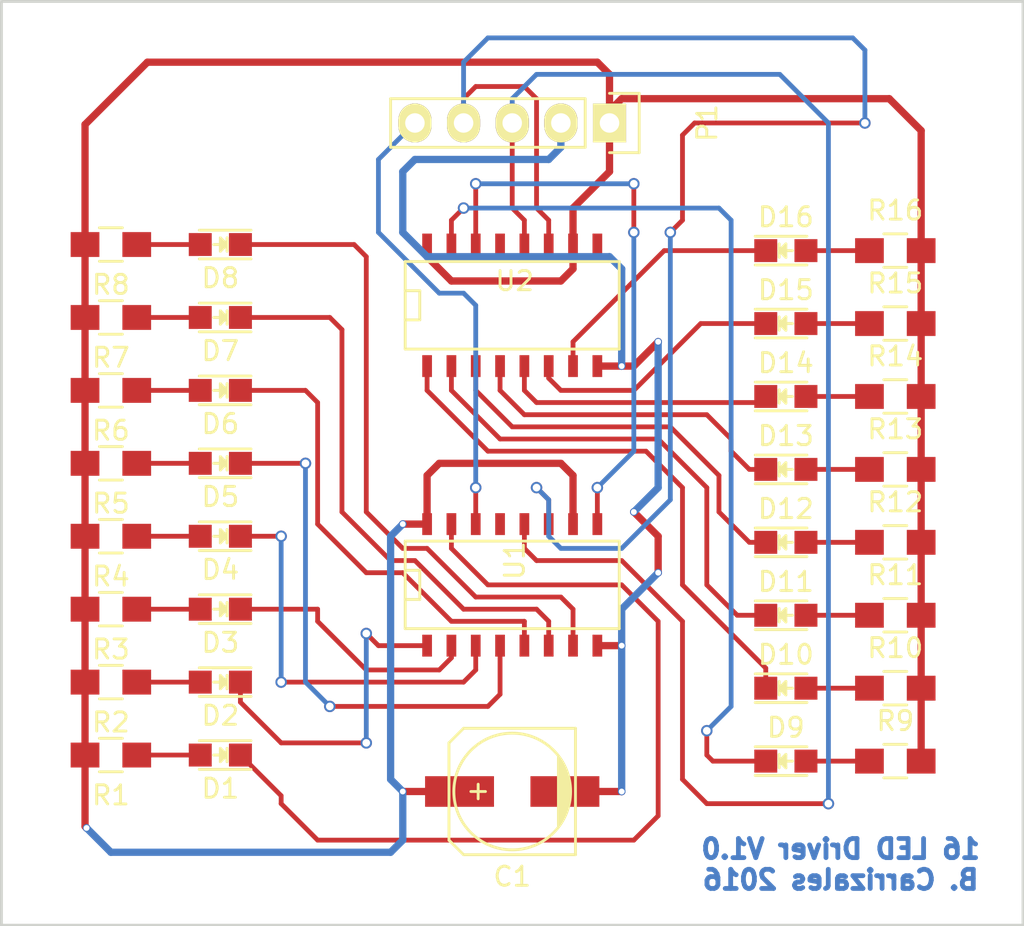
<source format=kicad_pcb>
(kicad_pcb (version 4) (host pcbnew 4.0.2-stable)

  (general
    (links 62)
    (no_connects 0)
    (area 109.144999 65.964999 162.635001 114.375001)
    (thickness 1.6)
    (drawings 5)
    (tracks 271)
    (zones 0)
    (modules 36)
    (nets 39)
  )

  (page A4)
  (title_block
    (title "16 LED Driver Board")
    (rev -)
    (comment 1 "Brennan Carrizales")
  )

  (layers
    (0 F.Cu signal)
    (31 B.Cu signal)
    (32 B.Adhes user)
    (33 F.Adhes user)
    (34 B.Paste user)
    (35 F.Paste user)
    (36 B.SilkS user)
    (37 F.SilkS user)
    (38 B.Mask user)
    (39 F.Mask user)
    (40 Dwgs.User user)
    (41 Cmts.User user)
    (42 Eco1.User user)
    (43 Eco2.User user)
    (44 Edge.Cuts user)
    (45 Margin user)
    (46 B.CrtYd user)
    (47 F.CrtYd user)
    (48 B.Fab user)
    (49 F.Fab user)
  )

  (setup
    (last_trace_width 0.25)
    (trace_clearance 0.2)
    (zone_clearance 0.508)
    (zone_45_only yes)
    (trace_min 0.2)
    (segment_width 0.2)
    (edge_width 0.15)
    (via_size 0.6)
    (via_drill 0.4)
    (via_min_size 0.4)
    (via_min_drill 0.3)
    (uvia_size 0.3)
    (uvia_drill 0.1)
    (uvias_allowed no)
    (uvia_min_size 0.2)
    (uvia_min_drill 0.1)
    (pcb_text_width 0.3)
    (pcb_text_size 1.5 1.5)
    (mod_edge_width 0.15)
    (mod_text_size 1 1)
    (mod_text_width 0.15)
    (pad_size 1.524 1.524)
    (pad_drill 0.762)
    (pad_to_mask_clearance 0.2)
    (aux_axis_origin 0 0)
    (visible_elements FFFFFF7F)
    (pcbplotparams
      (layerselection 0x010f0_80000001)
      (usegerberextensions true)
      (excludeedgelayer true)
      (linewidth 0.100000)
      (plotframeref false)
      (viasonmask false)
      (mode 1)
      (useauxorigin false)
      (hpglpennumber 1)
      (hpglpenspeed 20)
      (hpglpendiameter 15)
      (hpglpenoverlay 2)
      (psnegative false)
      (psa4output false)
      (plotreference true)
      (plotvalue true)
      (plotinvisibletext false)
      (padsonsilk false)
      (subtractmaskfromsilk false)
      (outputformat 1)
      (mirror false)
      (drillshape 0)
      (scaleselection 1)
      (outputdirectory Gerbers/))
  )

  (net 0 "")
  (net 1 VCC)
  (net 2 GND)
  (net 3 "Net-(D1-Pad2)")
  (net 4 /LED_1_1)
  (net 5 "Net-(D2-Pad2)")
  (net 6 /LED_1_2)
  (net 7 "Net-(D3-Pad2)")
  (net 8 /LED_1_3)
  (net 9 "Net-(D4-Pad2)")
  (net 10 /LED_1_4)
  (net 11 "Net-(D5-Pad2)")
  (net 12 /LED_1_5)
  (net 13 "Net-(D6-Pad2)")
  (net 14 /LED_1_6)
  (net 15 "Net-(D7-Pad2)")
  (net 16 /LED_1_7)
  (net 17 "Net-(D8-Pad2)")
  (net 18 /LED_1_8)
  (net 19 "Net-(D9-Pad2)")
  (net 20 /LED_2_1)
  (net 21 "Net-(D10-Pad2)")
  (net 22 /LED_2_2)
  (net 23 "Net-(D11-Pad2)")
  (net 24 /LED_2_3)
  (net 25 "Net-(D12-Pad2)")
  (net 26 /LED_2_4)
  (net 27 "Net-(D13-Pad2)")
  (net 28 /LED_2_5)
  (net 29 "Net-(D14-Pad2)")
  (net 30 /LED_2_6)
  (net 31 "Net-(D15-Pad2)")
  (net 32 /LED_2_7)
  (net 33 "Net-(D16-Pad2)")
  (net 34 /LED_2_8)
  (net 35 /LATCH)
  (net 36 /CLK)
  (net 37 /DATA)
  (net 38 /DATA_S)

  (net_class Default "This is the default net class."
    (clearance 0.2)
    (trace_width 0.25)
    (via_dia 0.6)
    (via_drill 0.4)
    (uvia_dia 0.3)
    (uvia_drill 0.1)
    (add_net /CLK)
    (add_net /DATA)
    (add_net /DATA_S)
    (add_net /LATCH)
    (add_net /LED_1_1)
    (add_net /LED_1_2)
    (add_net /LED_1_3)
    (add_net /LED_1_4)
    (add_net /LED_1_5)
    (add_net /LED_1_6)
    (add_net /LED_1_7)
    (add_net /LED_1_8)
    (add_net /LED_2_1)
    (add_net /LED_2_2)
    (add_net /LED_2_3)
    (add_net /LED_2_4)
    (add_net /LED_2_5)
    (add_net /LED_2_6)
    (add_net /LED_2_7)
    (add_net /LED_2_8)
    (add_net "Net-(D1-Pad2)")
    (add_net "Net-(D10-Pad2)")
    (add_net "Net-(D11-Pad2)")
    (add_net "Net-(D12-Pad2)")
    (add_net "Net-(D13-Pad2)")
    (add_net "Net-(D14-Pad2)")
    (add_net "Net-(D15-Pad2)")
    (add_net "Net-(D16-Pad2)")
    (add_net "Net-(D2-Pad2)")
    (add_net "Net-(D3-Pad2)")
    (add_net "Net-(D4-Pad2)")
    (add_net "Net-(D5-Pad2)")
    (add_net "Net-(D6-Pad2)")
    (add_net "Net-(D7-Pad2)")
    (add_net "Net-(D8-Pad2)")
    (add_net "Net-(D9-Pad2)")
  )

  (net_class Power ""
    (clearance 0.25)
    (trace_width 0.38)
    (via_dia 0.4)
    (via_drill 0.3)
    (uvia_dia 0.3)
    (uvia_drill 0.1)
    (add_net GND)
    (add_net VCC)
  )

  (module Capacitors_SMD:c_elec_6.3x5.3 (layer F.Cu) (tedit 55725E31) (tstamp 57CE088E)
    (at 135.89 107.315 180)
    (descr "SMT capacitor, aluminium electrolytic, 6.3x5.3")
    (path /57CE1CDB)
    (attr smd)
    (fp_text reference C1 (at 0 -4.445 180) (layer F.SilkS)
      (effects (font (size 1 1) (thickness 0.15)))
    )
    (fp_text value 200uF (at 0 4.445 180) (layer F.Fab)
      (effects (font (size 1 1) (thickness 0.15)))
    )
    (fp_line (start -4.85 -3.65) (end 4.85 -3.65) (layer F.CrtYd) (width 0.05))
    (fp_line (start 4.85 -3.65) (end 4.85 3.65) (layer F.CrtYd) (width 0.05))
    (fp_line (start 4.85 3.65) (end -4.85 3.65) (layer F.CrtYd) (width 0.05))
    (fp_line (start -4.85 3.65) (end -4.85 -3.65) (layer F.CrtYd) (width 0.05))
    (fp_line (start -2.921 -0.762) (end -2.921 0.762) (layer F.SilkS) (width 0.15))
    (fp_line (start -2.794 1.143) (end -2.794 -1.143) (layer F.SilkS) (width 0.15))
    (fp_line (start -2.667 -1.397) (end -2.667 1.397) (layer F.SilkS) (width 0.15))
    (fp_line (start -2.54 1.651) (end -2.54 -1.651) (layer F.SilkS) (width 0.15))
    (fp_line (start -2.413 -1.778) (end -2.413 1.778) (layer F.SilkS) (width 0.15))
    (fp_line (start -3.302 -3.302) (end -3.302 3.302) (layer F.SilkS) (width 0.15))
    (fp_line (start -3.302 3.302) (end 2.54 3.302) (layer F.SilkS) (width 0.15))
    (fp_line (start 2.54 3.302) (end 3.302 2.54) (layer F.SilkS) (width 0.15))
    (fp_line (start 3.302 2.54) (end 3.302 -2.54) (layer F.SilkS) (width 0.15))
    (fp_line (start 3.302 -2.54) (end 2.54 -3.302) (layer F.SilkS) (width 0.15))
    (fp_line (start 2.54 -3.302) (end -3.302 -3.302) (layer F.SilkS) (width 0.15))
    (fp_line (start 2.159 0) (end 1.397 0) (layer F.SilkS) (width 0.15))
    (fp_line (start 1.778 -0.381) (end 1.778 0.381) (layer F.SilkS) (width 0.15))
    (fp_circle (center 0 0) (end -3.048 0) (layer F.SilkS) (width 0.15))
    (pad 1 smd rect (at 2.75082 0 180) (size 3.59918 1.6002) (layers F.Cu F.Paste F.Mask)
      (net 1 VCC))
    (pad 2 smd rect (at -2.75082 0 180) (size 3.59918 1.6002) (layers F.Cu F.Paste F.Mask)
      (net 2 GND))
    (model Capacitors_SMD.3dshapes/c_elec_6.3x5.3.wrl
      (at (xyz 0 0 0))
      (scale (xyz 1 1 1))
      (rotate (xyz 0 0 0))
    )
  )

  (module LEDs:LED_0805 (layer F.Cu) (tedit 55BDE1C2) (tstamp 57CE0894)
    (at 120.65 105.41 180)
    (descr "LED 0805 smd package")
    (tags "LED 0805 SMD")
    (path /57CE5C18)
    (attr smd)
    (fp_text reference D1 (at 0 -1.75 180) (layer F.SilkS)
      (effects (font (size 1 1) (thickness 0.15)))
    )
    (fp_text value LED (at 0 1.75 180) (layer F.Fab)
      (effects (font (size 1 1) (thickness 0.15)))
    )
    (fp_line (start -1.6 0.75) (end 1.1 0.75) (layer F.SilkS) (width 0.15))
    (fp_line (start -1.6 -0.75) (end 1.1 -0.75) (layer F.SilkS) (width 0.15))
    (fp_line (start -0.1 0.15) (end -0.1 -0.1) (layer F.SilkS) (width 0.15))
    (fp_line (start -0.1 -0.1) (end -0.25 0.05) (layer F.SilkS) (width 0.15))
    (fp_line (start -0.35 -0.35) (end -0.35 0.35) (layer F.SilkS) (width 0.15))
    (fp_line (start 0 0) (end 0.35 0) (layer F.SilkS) (width 0.15))
    (fp_line (start -0.35 0) (end 0 -0.35) (layer F.SilkS) (width 0.15))
    (fp_line (start 0 -0.35) (end 0 0.35) (layer F.SilkS) (width 0.15))
    (fp_line (start 0 0.35) (end -0.35 0) (layer F.SilkS) (width 0.15))
    (fp_line (start 1.9 -0.95) (end 1.9 0.95) (layer F.CrtYd) (width 0.05))
    (fp_line (start 1.9 0.95) (end -1.9 0.95) (layer F.CrtYd) (width 0.05))
    (fp_line (start -1.9 0.95) (end -1.9 -0.95) (layer F.CrtYd) (width 0.05))
    (fp_line (start -1.9 -0.95) (end 1.9 -0.95) (layer F.CrtYd) (width 0.05))
    (pad 2 smd rect (at 1.04902 0) (size 1.19888 1.19888) (layers F.Cu F.Paste F.Mask)
      (net 3 "Net-(D1-Pad2)"))
    (pad 1 smd rect (at -1.04902 0) (size 1.19888 1.19888) (layers F.Cu F.Paste F.Mask)
      (net 4 /LED_1_1))
    (model LEDs.3dshapes/LED_0805.wrl
      (at (xyz 0 0 0))
      (scale (xyz 1 1 1))
      (rotate (xyz 0 0 0))
    )
  )

  (module LEDs:LED_0805 (layer F.Cu) (tedit 55BDE1C2) (tstamp 57CE089A)
    (at 120.65 101.6 180)
    (descr "LED 0805 smd package")
    (tags "LED 0805 SMD")
    (path /57CE5C1E)
    (attr smd)
    (fp_text reference D2 (at 0 -1.75 180) (layer F.SilkS)
      (effects (font (size 1 1) (thickness 0.15)))
    )
    (fp_text value LED (at 0 1.75 180) (layer F.Fab)
      (effects (font (size 1 1) (thickness 0.15)))
    )
    (fp_line (start -1.6 0.75) (end 1.1 0.75) (layer F.SilkS) (width 0.15))
    (fp_line (start -1.6 -0.75) (end 1.1 -0.75) (layer F.SilkS) (width 0.15))
    (fp_line (start -0.1 0.15) (end -0.1 -0.1) (layer F.SilkS) (width 0.15))
    (fp_line (start -0.1 -0.1) (end -0.25 0.05) (layer F.SilkS) (width 0.15))
    (fp_line (start -0.35 -0.35) (end -0.35 0.35) (layer F.SilkS) (width 0.15))
    (fp_line (start 0 0) (end 0.35 0) (layer F.SilkS) (width 0.15))
    (fp_line (start -0.35 0) (end 0 -0.35) (layer F.SilkS) (width 0.15))
    (fp_line (start 0 -0.35) (end 0 0.35) (layer F.SilkS) (width 0.15))
    (fp_line (start 0 0.35) (end -0.35 0) (layer F.SilkS) (width 0.15))
    (fp_line (start 1.9 -0.95) (end 1.9 0.95) (layer F.CrtYd) (width 0.05))
    (fp_line (start 1.9 0.95) (end -1.9 0.95) (layer F.CrtYd) (width 0.05))
    (fp_line (start -1.9 0.95) (end -1.9 -0.95) (layer F.CrtYd) (width 0.05))
    (fp_line (start -1.9 -0.95) (end 1.9 -0.95) (layer F.CrtYd) (width 0.05))
    (pad 2 smd rect (at 1.04902 0) (size 1.19888 1.19888) (layers F.Cu F.Paste F.Mask)
      (net 5 "Net-(D2-Pad2)"))
    (pad 1 smd rect (at -1.04902 0) (size 1.19888 1.19888) (layers F.Cu F.Paste F.Mask)
      (net 6 /LED_1_2))
    (model LEDs.3dshapes/LED_0805.wrl
      (at (xyz 0 0 0))
      (scale (xyz 1 1 1))
      (rotate (xyz 0 0 0))
    )
  )

  (module LEDs:LED_0805 (layer F.Cu) (tedit 55BDE1C2) (tstamp 57CE08A0)
    (at 120.65 97.79 180)
    (descr "LED 0805 smd package")
    (tags "LED 0805 SMD")
    (path /57CE5C24)
    (attr smd)
    (fp_text reference D3 (at 0 -1.75 180) (layer F.SilkS)
      (effects (font (size 1 1) (thickness 0.15)))
    )
    (fp_text value LED (at 0 1.75 180) (layer F.Fab)
      (effects (font (size 1 1) (thickness 0.15)))
    )
    (fp_line (start -1.6 0.75) (end 1.1 0.75) (layer F.SilkS) (width 0.15))
    (fp_line (start -1.6 -0.75) (end 1.1 -0.75) (layer F.SilkS) (width 0.15))
    (fp_line (start -0.1 0.15) (end -0.1 -0.1) (layer F.SilkS) (width 0.15))
    (fp_line (start -0.1 -0.1) (end -0.25 0.05) (layer F.SilkS) (width 0.15))
    (fp_line (start -0.35 -0.35) (end -0.35 0.35) (layer F.SilkS) (width 0.15))
    (fp_line (start 0 0) (end 0.35 0) (layer F.SilkS) (width 0.15))
    (fp_line (start -0.35 0) (end 0 -0.35) (layer F.SilkS) (width 0.15))
    (fp_line (start 0 -0.35) (end 0 0.35) (layer F.SilkS) (width 0.15))
    (fp_line (start 0 0.35) (end -0.35 0) (layer F.SilkS) (width 0.15))
    (fp_line (start 1.9 -0.95) (end 1.9 0.95) (layer F.CrtYd) (width 0.05))
    (fp_line (start 1.9 0.95) (end -1.9 0.95) (layer F.CrtYd) (width 0.05))
    (fp_line (start -1.9 0.95) (end -1.9 -0.95) (layer F.CrtYd) (width 0.05))
    (fp_line (start -1.9 -0.95) (end 1.9 -0.95) (layer F.CrtYd) (width 0.05))
    (pad 2 smd rect (at 1.04902 0) (size 1.19888 1.19888) (layers F.Cu F.Paste F.Mask)
      (net 7 "Net-(D3-Pad2)"))
    (pad 1 smd rect (at -1.04902 0) (size 1.19888 1.19888) (layers F.Cu F.Paste F.Mask)
      (net 8 /LED_1_3))
    (model LEDs.3dshapes/LED_0805.wrl
      (at (xyz 0 0 0))
      (scale (xyz 1 1 1))
      (rotate (xyz 0 0 0))
    )
  )

  (module LEDs:LED_0805 (layer F.Cu) (tedit 55BDE1C2) (tstamp 57CE08A6)
    (at 120.65 93.98 180)
    (descr "LED 0805 smd package")
    (tags "LED 0805 SMD")
    (path /57CE5C2A)
    (attr smd)
    (fp_text reference D4 (at 0 -1.75 180) (layer F.SilkS)
      (effects (font (size 1 1) (thickness 0.15)))
    )
    (fp_text value LED (at 0 1.75 180) (layer F.Fab)
      (effects (font (size 1 1) (thickness 0.15)))
    )
    (fp_line (start -1.6 0.75) (end 1.1 0.75) (layer F.SilkS) (width 0.15))
    (fp_line (start -1.6 -0.75) (end 1.1 -0.75) (layer F.SilkS) (width 0.15))
    (fp_line (start -0.1 0.15) (end -0.1 -0.1) (layer F.SilkS) (width 0.15))
    (fp_line (start -0.1 -0.1) (end -0.25 0.05) (layer F.SilkS) (width 0.15))
    (fp_line (start -0.35 -0.35) (end -0.35 0.35) (layer F.SilkS) (width 0.15))
    (fp_line (start 0 0) (end 0.35 0) (layer F.SilkS) (width 0.15))
    (fp_line (start -0.35 0) (end 0 -0.35) (layer F.SilkS) (width 0.15))
    (fp_line (start 0 -0.35) (end 0 0.35) (layer F.SilkS) (width 0.15))
    (fp_line (start 0 0.35) (end -0.35 0) (layer F.SilkS) (width 0.15))
    (fp_line (start 1.9 -0.95) (end 1.9 0.95) (layer F.CrtYd) (width 0.05))
    (fp_line (start 1.9 0.95) (end -1.9 0.95) (layer F.CrtYd) (width 0.05))
    (fp_line (start -1.9 0.95) (end -1.9 -0.95) (layer F.CrtYd) (width 0.05))
    (fp_line (start -1.9 -0.95) (end 1.9 -0.95) (layer F.CrtYd) (width 0.05))
    (pad 2 smd rect (at 1.04902 0) (size 1.19888 1.19888) (layers F.Cu F.Paste F.Mask)
      (net 9 "Net-(D4-Pad2)"))
    (pad 1 smd rect (at -1.04902 0) (size 1.19888 1.19888) (layers F.Cu F.Paste F.Mask)
      (net 10 /LED_1_4))
    (model LEDs.3dshapes/LED_0805.wrl
      (at (xyz 0 0 0))
      (scale (xyz 1 1 1))
      (rotate (xyz 0 0 0))
    )
  )

  (module LEDs:LED_0805 (layer F.Cu) (tedit 55BDE1C2) (tstamp 57CE08AC)
    (at 120.65 90.17 180)
    (descr "LED 0805 smd package")
    (tags "LED 0805 SMD")
    (path /57CE5C30)
    (attr smd)
    (fp_text reference D5 (at 0 -1.75 180) (layer F.SilkS)
      (effects (font (size 1 1) (thickness 0.15)))
    )
    (fp_text value LED (at 0 1.75 180) (layer F.Fab)
      (effects (font (size 1 1) (thickness 0.15)))
    )
    (fp_line (start -1.6 0.75) (end 1.1 0.75) (layer F.SilkS) (width 0.15))
    (fp_line (start -1.6 -0.75) (end 1.1 -0.75) (layer F.SilkS) (width 0.15))
    (fp_line (start -0.1 0.15) (end -0.1 -0.1) (layer F.SilkS) (width 0.15))
    (fp_line (start -0.1 -0.1) (end -0.25 0.05) (layer F.SilkS) (width 0.15))
    (fp_line (start -0.35 -0.35) (end -0.35 0.35) (layer F.SilkS) (width 0.15))
    (fp_line (start 0 0) (end 0.35 0) (layer F.SilkS) (width 0.15))
    (fp_line (start -0.35 0) (end 0 -0.35) (layer F.SilkS) (width 0.15))
    (fp_line (start 0 -0.35) (end 0 0.35) (layer F.SilkS) (width 0.15))
    (fp_line (start 0 0.35) (end -0.35 0) (layer F.SilkS) (width 0.15))
    (fp_line (start 1.9 -0.95) (end 1.9 0.95) (layer F.CrtYd) (width 0.05))
    (fp_line (start 1.9 0.95) (end -1.9 0.95) (layer F.CrtYd) (width 0.05))
    (fp_line (start -1.9 0.95) (end -1.9 -0.95) (layer F.CrtYd) (width 0.05))
    (fp_line (start -1.9 -0.95) (end 1.9 -0.95) (layer F.CrtYd) (width 0.05))
    (pad 2 smd rect (at 1.04902 0) (size 1.19888 1.19888) (layers F.Cu F.Paste F.Mask)
      (net 11 "Net-(D5-Pad2)"))
    (pad 1 smd rect (at -1.04902 0) (size 1.19888 1.19888) (layers F.Cu F.Paste F.Mask)
      (net 12 /LED_1_5))
    (model LEDs.3dshapes/LED_0805.wrl
      (at (xyz 0 0 0))
      (scale (xyz 1 1 1))
      (rotate (xyz 0 0 0))
    )
  )

  (module LEDs:LED_0805 (layer F.Cu) (tedit 55BDE1C2) (tstamp 57CE08B2)
    (at 120.65 86.36 180)
    (descr "LED 0805 smd package")
    (tags "LED 0805 SMD")
    (path /57CE5C36)
    (attr smd)
    (fp_text reference D6 (at 0 -1.75 180) (layer F.SilkS)
      (effects (font (size 1 1) (thickness 0.15)))
    )
    (fp_text value LED (at 0 1.75 180) (layer F.Fab)
      (effects (font (size 1 1) (thickness 0.15)))
    )
    (fp_line (start -1.6 0.75) (end 1.1 0.75) (layer F.SilkS) (width 0.15))
    (fp_line (start -1.6 -0.75) (end 1.1 -0.75) (layer F.SilkS) (width 0.15))
    (fp_line (start -0.1 0.15) (end -0.1 -0.1) (layer F.SilkS) (width 0.15))
    (fp_line (start -0.1 -0.1) (end -0.25 0.05) (layer F.SilkS) (width 0.15))
    (fp_line (start -0.35 -0.35) (end -0.35 0.35) (layer F.SilkS) (width 0.15))
    (fp_line (start 0 0) (end 0.35 0) (layer F.SilkS) (width 0.15))
    (fp_line (start -0.35 0) (end 0 -0.35) (layer F.SilkS) (width 0.15))
    (fp_line (start 0 -0.35) (end 0 0.35) (layer F.SilkS) (width 0.15))
    (fp_line (start 0 0.35) (end -0.35 0) (layer F.SilkS) (width 0.15))
    (fp_line (start 1.9 -0.95) (end 1.9 0.95) (layer F.CrtYd) (width 0.05))
    (fp_line (start 1.9 0.95) (end -1.9 0.95) (layer F.CrtYd) (width 0.05))
    (fp_line (start -1.9 0.95) (end -1.9 -0.95) (layer F.CrtYd) (width 0.05))
    (fp_line (start -1.9 -0.95) (end 1.9 -0.95) (layer F.CrtYd) (width 0.05))
    (pad 2 smd rect (at 1.04902 0) (size 1.19888 1.19888) (layers F.Cu F.Paste F.Mask)
      (net 13 "Net-(D6-Pad2)"))
    (pad 1 smd rect (at -1.04902 0) (size 1.19888 1.19888) (layers F.Cu F.Paste F.Mask)
      (net 14 /LED_1_6))
    (model LEDs.3dshapes/LED_0805.wrl
      (at (xyz 0 0 0))
      (scale (xyz 1 1 1))
      (rotate (xyz 0 0 0))
    )
  )

  (module LEDs:LED_0805 (layer F.Cu) (tedit 55BDE1C2) (tstamp 57CE08B8)
    (at 120.65 82.55 180)
    (descr "LED 0805 smd package")
    (tags "LED 0805 SMD")
    (path /57CE5C3C)
    (attr smd)
    (fp_text reference D7 (at 0 -1.75 180) (layer F.SilkS)
      (effects (font (size 1 1) (thickness 0.15)))
    )
    (fp_text value LED (at 0 1.75 180) (layer F.Fab)
      (effects (font (size 1 1) (thickness 0.15)))
    )
    (fp_line (start -1.6 0.75) (end 1.1 0.75) (layer F.SilkS) (width 0.15))
    (fp_line (start -1.6 -0.75) (end 1.1 -0.75) (layer F.SilkS) (width 0.15))
    (fp_line (start -0.1 0.15) (end -0.1 -0.1) (layer F.SilkS) (width 0.15))
    (fp_line (start -0.1 -0.1) (end -0.25 0.05) (layer F.SilkS) (width 0.15))
    (fp_line (start -0.35 -0.35) (end -0.35 0.35) (layer F.SilkS) (width 0.15))
    (fp_line (start 0 0) (end 0.35 0) (layer F.SilkS) (width 0.15))
    (fp_line (start -0.35 0) (end 0 -0.35) (layer F.SilkS) (width 0.15))
    (fp_line (start 0 -0.35) (end 0 0.35) (layer F.SilkS) (width 0.15))
    (fp_line (start 0 0.35) (end -0.35 0) (layer F.SilkS) (width 0.15))
    (fp_line (start 1.9 -0.95) (end 1.9 0.95) (layer F.CrtYd) (width 0.05))
    (fp_line (start 1.9 0.95) (end -1.9 0.95) (layer F.CrtYd) (width 0.05))
    (fp_line (start -1.9 0.95) (end -1.9 -0.95) (layer F.CrtYd) (width 0.05))
    (fp_line (start -1.9 -0.95) (end 1.9 -0.95) (layer F.CrtYd) (width 0.05))
    (pad 2 smd rect (at 1.04902 0) (size 1.19888 1.19888) (layers F.Cu F.Paste F.Mask)
      (net 15 "Net-(D7-Pad2)"))
    (pad 1 smd rect (at -1.04902 0) (size 1.19888 1.19888) (layers F.Cu F.Paste F.Mask)
      (net 16 /LED_1_7))
    (model LEDs.3dshapes/LED_0805.wrl
      (at (xyz 0 0 0))
      (scale (xyz 1 1 1))
      (rotate (xyz 0 0 0))
    )
  )

  (module LEDs:LED_0805 (layer F.Cu) (tedit 55BDE1C2) (tstamp 57CE08BE)
    (at 120.65 78.74 180)
    (descr "LED 0805 smd package")
    (tags "LED 0805 SMD")
    (path /57CE5C42)
    (attr smd)
    (fp_text reference D8 (at 0 -1.75 180) (layer F.SilkS)
      (effects (font (size 1 1) (thickness 0.15)))
    )
    (fp_text value LED (at 0 1.75 180) (layer F.Fab)
      (effects (font (size 1 1) (thickness 0.15)))
    )
    (fp_line (start -1.6 0.75) (end 1.1 0.75) (layer F.SilkS) (width 0.15))
    (fp_line (start -1.6 -0.75) (end 1.1 -0.75) (layer F.SilkS) (width 0.15))
    (fp_line (start -0.1 0.15) (end -0.1 -0.1) (layer F.SilkS) (width 0.15))
    (fp_line (start -0.1 -0.1) (end -0.25 0.05) (layer F.SilkS) (width 0.15))
    (fp_line (start -0.35 -0.35) (end -0.35 0.35) (layer F.SilkS) (width 0.15))
    (fp_line (start 0 0) (end 0.35 0) (layer F.SilkS) (width 0.15))
    (fp_line (start -0.35 0) (end 0 -0.35) (layer F.SilkS) (width 0.15))
    (fp_line (start 0 -0.35) (end 0 0.35) (layer F.SilkS) (width 0.15))
    (fp_line (start 0 0.35) (end -0.35 0) (layer F.SilkS) (width 0.15))
    (fp_line (start 1.9 -0.95) (end 1.9 0.95) (layer F.CrtYd) (width 0.05))
    (fp_line (start 1.9 0.95) (end -1.9 0.95) (layer F.CrtYd) (width 0.05))
    (fp_line (start -1.9 0.95) (end -1.9 -0.95) (layer F.CrtYd) (width 0.05))
    (fp_line (start -1.9 -0.95) (end 1.9 -0.95) (layer F.CrtYd) (width 0.05))
    (pad 2 smd rect (at 1.04902 0) (size 1.19888 1.19888) (layers F.Cu F.Paste F.Mask)
      (net 17 "Net-(D8-Pad2)"))
    (pad 1 smd rect (at -1.04902 0) (size 1.19888 1.19888) (layers F.Cu F.Paste F.Mask)
      (net 18 /LED_1_8))
    (model LEDs.3dshapes/LED_0805.wrl
      (at (xyz 0 0 0))
      (scale (xyz 1 1 1))
      (rotate (xyz 0 0 0))
    )
  )

  (module LEDs:LED_0805 (layer F.Cu) (tedit 57CE0BD3) (tstamp 57CE08C4)
    (at 150.1775 105.7275)
    (descr "LED 0805 smd package")
    (tags "LED 0805 SMD")
    (path /57CE00A5)
    (attr smd)
    (fp_text reference D9 (at 0 -1.75) (layer F.SilkS)
      (effects (font (size 1 1) (thickness 0.15)))
    )
    (fp_text value LED (at 0 1.75) (layer F.Fab) hide
      (effects (font (size 1 1) (thickness 0.15)))
    )
    (fp_line (start -1.6 0.75) (end 1.1 0.75) (layer F.SilkS) (width 0.15))
    (fp_line (start -1.6 -0.75) (end 1.1 -0.75) (layer F.SilkS) (width 0.15))
    (fp_line (start -0.1 0.15) (end -0.1 -0.1) (layer F.SilkS) (width 0.15))
    (fp_line (start -0.1 -0.1) (end -0.25 0.05) (layer F.SilkS) (width 0.15))
    (fp_line (start -0.35 -0.35) (end -0.35 0.35) (layer F.SilkS) (width 0.15))
    (fp_line (start 0 0) (end 0.35 0) (layer F.SilkS) (width 0.15))
    (fp_line (start -0.35 0) (end 0 -0.35) (layer F.SilkS) (width 0.15))
    (fp_line (start 0 -0.35) (end 0 0.35) (layer F.SilkS) (width 0.15))
    (fp_line (start 0 0.35) (end -0.35 0) (layer F.SilkS) (width 0.15))
    (fp_line (start 1.9 -0.95) (end 1.9 0.95) (layer F.CrtYd) (width 0.05))
    (fp_line (start 1.9 0.95) (end -1.9 0.95) (layer F.CrtYd) (width 0.05))
    (fp_line (start -1.9 0.95) (end -1.9 -0.95) (layer F.CrtYd) (width 0.05))
    (fp_line (start -1.9 -0.95) (end 1.9 -0.95) (layer F.CrtYd) (width 0.05))
    (pad 2 smd rect (at 1.04902 0 180) (size 1.19888 1.19888) (layers F.Cu F.Paste F.Mask)
      (net 19 "Net-(D9-Pad2)"))
    (pad 1 smd rect (at -1.04902 0 180) (size 1.19888 1.19888) (layers F.Cu F.Paste F.Mask)
      (net 20 /LED_2_1))
    (model LEDs.3dshapes/LED_0805.wrl
      (at (xyz 0 0 0))
      (scale (xyz 1 1 1))
      (rotate (xyz 0 0 0))
    )
  )

  (module LEDs:LED_0805 (layer F.Cu) (tedit 57CE0BD8) (tstamp 57CE08CA)
    (at 150.1775 101.9175)
    (descr "LED 0805 smd package")
    (tags "LED 0805 SMD")
    (path /57CE00AB)
    (attr smd)
    (fp_text reference D10 (at 0 -1.75) (layer F.SilkS)
      (effects (font (size 1 1) (thickness 0.15)))
    )
    (fp_text value LED (at 0 1.75) (layer F.Fab) hide
      (effects (font (size 1 1) (thickness 0.15)))
    )
    (fp_line (start -1.6 0.75) (end 1.1 0.75) (layer F.SilkS) (width 0.15))
    (fp_line (start -1.6 -0.75) (end 1.1 -0.75) (layer F.SilkS) (width 0.15))
    (fp_line (start -0.1 0.15) (end -0.1 -0.1) (layer F.SilkS) (width 0.15))
    (fp_line (start -0.1 -0.1) (end -0.25 0.05) (layer F.SilkS) (width 0.15))
    (fp_line (start -0.35 -0.35) (end -0.35 0.35) (layer F.SilkS) (width 0.15))
    (fp_line (start 0 0) (end 0.35 0) (layer F.SilkS) (width 0.15))
    (fp_line (start -0.35 0) (end 0 -0.35) (layer F.SilkS) (width 0.15))
    (fp_line (start 0 -0.35) (end 0 0.35) (layer F.SilkS) (width 0.15))
    (fp_line (start 0 0.35) (end -0.35 0) (layer F.SilkS) (width 0.15))
    (fp_line (start 1.9 -0.95) (end 1.9 0.95) (layer F.CrtYd) (width 0.05))
    (fp_line (start 1.9 0.95) (end -1.9 0.95) (layer F.CrtYd) (width 0.05))
    (fp_line (start -1.9 0.95) (end -1.9 -0.95) (layer F.CrtYd) (width 0.05))
    (fp_line (start -1.9 -0.95) (end 1.9 -0.95) (layer F.CrtYd) (width 0.05))
    (pad 2 smd rect (at 1.04902 0 180) (size 1.19888 1.19888) (layers F.Cu F.Paste F.Mask)
      (net 21 "Net-(D10-Pad2)"))
    (pad 1 smd rect (at -1.04902 0 180) (size 1.19888 1.19888) (layers F.Cu F.Paste F.Mask)
      (net 22 /LED_2_2))
    (model LEDs.3dshapes/LED_0805.wrl
      (at (xyz 0 0 0))
      (scale (xyz 1 1 1))
      (rotate (xyz 0 0 0))
    )
  )

  (module LEDs:LED_0805 (layer F.Cu) (tedit 57CE0BEE) (tstamp 57CE08D0)
    (at 150.1775 98.1075)
    (descr "LED 0805 smd package")
    (tags "LED 0805 SMD")
    (path /57CE00B1)
    (attr smd)
    (fp_text reference D11 (at 0 -1.75) (layer F.SilkS)
      (effects (font (size 1 1) (thickness 0.15)))
    )
    (fp_text value LED (at 0 1.75) (layer F.Fab) hide
      (effects (font (size 1 1) (thickness 0.15)))
    )
    (fp_line (start -1.6 0.75) (end 1.1 0.75) (layer F.SilkS) (width 0.15))
    (fp_line (start -1.6 -0.75) (end 1.1 -0.75) (layer F.SilkS) (width 0.15))
    (fp_line (start -0.1 0.15) (end -0.1 -0.1) (layer F.SilkS) (width 0.15))
    (fp_line (start -0.1 -0.1) (end -0.25 0.05) (layer F.SilkS) (width 0.15))
    (fp_line (start -0.35 -0.35) (end -0.35 0.35) (layer F.SilkS) (width 0.15))
    (fp_line (start 0 0) (end 0.35 0) (layer F.SilkS) (width 0.15))
    (fp_line (start -0.35 0) (end 0 -0.35) (layer F.SilkS) (width 0.15))
    (fp_line (start 0 -0.35) (end 0 0.35) (layer F.SilkS) (width 0.15))
    (fp_line (start 0 0.35) (end -0.35 0) (layer F.SilkS) (width 0.15))
    (fp_line (start 1.9 -0.95) (end 1.9 0.95) (layer F.CrtYd) (width 0.05))
    (fp_line (start 1.9 0.95) (end -1.9 0.95) (layer F.CrtYd) (width 0.05))
    (fp_line (start -1.9 0.95) (end -1.9 -0.95) (layer F.CrtYd) (width 0.05))
    (fp_line (start -1.9 -0.95) (end 1.9 -0.95) (layer F.CrtYd) (width 0.05))
    (pad 2 smd rect (at 1.04902 0 180) (size 1.19888 1.19888) (layers F.Cu F.Paste F.Mask)
      (net 23 "Net-(D11-Pad2)"))
    (pad 1 smd rect (at -1.04902 0 180) (size 1.19888 1.19888) (layers F.Cu F.Paste F.Mask)
      (net 24 /LED_2_3))
    (model LEDs.3dshapes/LED_0805.wrl
      (at (xyz 0 0 0))
      (scale (xyz 1 1 1))
      (rotate (xyz 0 0 0))
    )
  )

  (module LEDs:LED_0805 (layer F.Cu) (tedit 57CE0C04) (tstamp 57CE08D6)
    (at 150.1775 94.2975)
    (descr "LED 0805 smd package")
    (tags "LED 0805 SMD")
    (path /57CE00B7)
    (attr smd)
    (fp_text reference D12 (at 0 -1.75) (layer F.SilkS)
      (effects (font (size 1 1) (thickness 0.15)))
    )
    (fp_text value LED (at 0 1.75) (layer F.Fab) hide
      (effects (font (size 1 1) (thickness 0.15)))
    )
    (fp_line (start -1.6 0.75) (end 1.1 0.75) (layer F.SilkS) (width 0.15))
    (fp_line (start -1.6 -0.75) (end 1.1 -0.75) (layer F.SilkS) (width 0.15))
    (fp_line (start -0.1 0.15) (end -0.1 -0.1) (layer F.SilkS) (width 0.15))
    (fp_line (start -0.1 -0.1) (end -0.25 0.05) (layer F.SilkS) (width 0.15))
    (fp_line (start -0.35 -0.35) (end -0.35 0.35) (layer F.SilkS) (width 0.15))
    (fp_line (start 0 0) (end 0.35 0) (layer F.SilkS) (width 0.15))
    (fp_line (start -0.35 0) (end 0 -0.35) (layer F.SilkS) (width 0.15))
    (fp_line (start 0 -0.35) (end 0 0.35) (layer F.SilkS) (width 0.15))
    (fp_line (start 0 0.35) (end -0.35 0) (layer F.SilkS) (width 0.15))
    (fp_line (start 1.9 -0.95) (end 1.9 0.95) (layer F.CrtYd) (width 0.05))
    (fp_line (start 1.9 0.95) (end -1.9 0.95) (layer F.CrtYd) (width 0.05))
    (fp_line (start -1.9 0.95) (end -1.9 -0.95) (layer F.CrtYd) (width 0.05))
    (fp_line (start -1.9 -0.95) (end 1.9 -0.95) (layer F.CrtYd) (width 0.05))
    (pad 2 smd rect (at 1.04902 0 180) (size 1.19888 1.19888) (layers F.Cu F.Paste F.Mask)
      (net 25 "Net-(D12-Pad2)"))
    (pad 1 smd rect (at -1.04902 0 180) (size 1.19888 1.19888) (layers F.Cu F.Paste F.Mask)
      (net 26 /LED_2_4))
    (model LEDs.3dshapes/LED_0805.wrl
      (at (xyz 0 0 0))
      (scale (xyz 1 1 1))
      (rotate (xyz 0 0 0))
    )
  )

  (module LEDs:LED_0805 (layer F.Cu) (tedit 57CE0C19) (tstamp 57CE08DC)
    (at 150.1775 90.4875)
    (descr "LED 0805 smd package")
    (tags "LED 0805 SMD")
    (path /57CE00BD)
    (attr smd)
    (fp_text reference D13 (at 0 -1.75) (layer F.SilkS)
      (effects (font (size 1 1) (thickness 0.15)))
    )
    (fp_text value LED (at 0 1.75) (layer F.Fab) hide
      (effects (font (size 1 1) (thickness 0.15)))
    )
    (fp_line (start -1.6 0.75) (end 1.1 0.75) (layer F.SilkS) (width 0.15))
    (fp_line (start -1.6 -0.75) (end 1.1 -0.75) (layer F.SilkS) (width 0.15))
    (fp_line (start -0.1 0.15) (end -0.1 -0.1) (layer F.SilkS) (width 0.15))
    (fp_line (start -0.1 -0.1) (end -0.25 0.05) (layer F.SilkS) (width 0.15))
    (fp_line (start -0.35 -0.35) (end -0.35 0.35) (layer F.SilkS) (width 0.15))
    (fp_line (start 0 0) (end 0.35 0) (layer F.SilkS) (width 0.15))
    (fp_line (start -0.35 0) (end 0 -0.35) (layer F.SilkS) (width 0.15))
    (fp_line (start 0 -0.35) (end 0 0.35) (layer F.SilkS) (width 0.15))
    (fp_line (start 0 0.35) (end -0.35 0) (layer F.SilkS) (width 0.15))
    (fp_line (start 1.9 -0.95) (end 1.9 0.95) (layer F.CrtYd) (width 0.05))
    (fp_line (start 1.9 0.95) (end -1.9 0.95) (layer F.CrtYd) (width 0.05))
    (fp_line (start -1.9 0.95) (end -1.9 -0.95) (layer F.CrtYd) (width 0.05))
    (fp_line (start -1.9 -0.95) (end 1.9 -0.95) (layer F.CrtYd) (width 0.05))
    (pad 2 smd rect (at 1.04902 0 180) (size 1.19888 1.19888) (layers F.Cu F.Paste F.Mask)
      (net 27 "Net-(D13-Pad2)"))
    (pad 1 smd rect (at -1.04902 0 180) (size 1.19888 1.19888) (layers F.Cu F.Paste F.Mask)
      (net 28 /LED_2_5))
    (model LEDs.3dshapes/LED_0805.wrl
      (at (xyz 0 0 0))
      (scale (xyz 1 1 1))
      (rotate (xyz 0 0 0))
    )
  )

  (module LEDs:LED_0805 (layer F.Cu) (tedit 57CE0C1E) (tstamp 57CE08E2)
    (at 150.1775 86.6775)
    (descr "LED 0805 smd package")
    (tags "LED 0805 SMD")
    (path /57CE00C3)
    (attr smd)
    (fp_text reference D14 (at 0 -1.75) (layer F.SilkS)
      (effects (font (size 1 1) (thickness 0.15)))
    )
    (fp_text value LED (at 0 1.75) (layer F.Fab) hide
      (effects (font (size 1 1) (thickness 0.15)))
    )
    (fp_line (start -1.6 0.75) (end 1.1 0.75) (layer F.SilkS) (width 0.15))
    (fp_line (start -1.6 -0.75) (end 1.1 -0.75) (layer F.SilkS) (width 0.15))
    (fp_line (start -0.1 0.15) (end -0.1 -0.1) (layer F.SilkS) (width 0.15))
    (fp_line (start -0.1 -0.1) (end -0.25 0.05) (layer F.SilkS) (width 0.15))
    (fp_line (start -0.35 -0.35) (end -0.35 0.35) (layer F.SilkS) (width 0.15))
    (fp_line (start 0 0) (end 0.35 0) (layer F.SilkS) (width 0.15))
    (fp_line (start -0.35 0) (end 0 -0.35) (layer F.SilkS) (width 0.15))
    (fp_line (start 0 -0.35) (end 0 0.35) (layer F.SilkS) (width 0.15))
    (fp_line (start 0 0.35) (end -0.35 0) (layer F.SilkS) (width 0.15))
    (fp_line (start 1.9 -0.95) (end 1.9 0.95) (layer F.CrtYd) (width 0.05))
    (fp_line (start 1.9 0.95) (end -1.9 0.95) (layer F.CrtYd) (width 0.05))
    (fp_line (start -1.9 0.95) (end -1.9 -0.95) (layer F.CrtYd) (width 0.05))
    (fp_line (start -1.9 -0.95) (end 1.9 -0.95) (layer F.CrtYd) (width 0.05))
    (pad 2 smd rect (at 1.04902 0 180) (size 1.19888 1.19888) (layers F.Cu F.Paste F.Mask)
      (net 29 "Net-(D14-Pad2)"))
    (pad 1 smd rect (at -1.04902 0 180) (size 1.19888 1.19888) (layers F.Cu F.Paste F.Mask)
      (net 30 /LED_2_6))
    (model LEDs.3dshapes/LED_0805.wrl
      (at (xyz 0 0 0))
      (scale (xyz 1 1 1))
      (rotate (xyz 0 0 0))
    )
  )

  (module LEDs:LED_0805 (layer F.Cu) (tedit 57CE0C2E) (tstamp 57CE08E8)
    (at 150.1775 82.8675)
    (descr "LED 0805 smd package")
    (tags "LED 0805 SMD")
    (path /57CE00C9)
    (attr smd)
    (fp_text reference D15 (at 0 -1.75) (layer F.SilkS)
      (effects (font (size 1 1) (thickness 0.15)))
    )
    (fp_text value LED (at 0 1.75) (layer F.Fab) hide
      (effects (font (size 1 1) (thickness 0.15)))
    )
    (fp_line (start -1.6 0.75) (end 1.1 0.75) (layer F.SilkS) (width 0.15))
    (fp_line (start -1.6 -0.75) (end 1.1 -0.75) (layer F.SilkS) (width 0.15))
    (fp_line (start -0.1 0.15) (end -0.1 -0.1) (layer F.SilkS) (width 0.15))
    (fp_line (start -0.1 -0.1) (end -0.25 0.05) (layer F.SilkS) (width 0.15))
    (fp_line (start -0.35 -0.35) (end -0.35 0.35) (layer F.SilkS) (width 0.15))
    (fp_line (start 0 0) (end 0.35 0) (layer F.SilkS) (width 0.15))
    (fp_line (start -0.35 0) (end 0 -0.35) (layer F.SilkS) (width 0.15))
    (fp_line (start 0 -0.35) (end 0 0.35) (layer F.SilkS) (width 0.15))
    (fp_line (start 0 0.35) (end -0.35 0) (layer F.SilkS) (width 0.15))
    (fp_line (start 1.9 -0.95) (end 1.9 0.95) (layer F.CrtYd) (width 0.05))
    (fp_line (start 1.9 0.95) (end -1.9 0.95) (layer F.CrtYd) (width 0.05))
    (fp_line (start -1.9 0.95) (end -1.9 -0.95) (layer F.CrtYd) (width 0.05))
    (fp_line (start -1.9 -0.95) (end 1.9 -0.95) (layer F.CrtYd) (width 0.05))
    (pad 2 smd rect (at 1.04902 0 180) (size 1.19888 1.19888) (layers F.Cu F.Paste F.Mask)
      (net 31 "Net-(D15-Pad2)"))
    (pad 1 smd rect (at -1.04902 0 180) (size 1.19888 1.19888) (layers F.Cu F.Paste F.Mask)
      (net 32 /LED_2_7))
    (model LEDs.3dshapes/LED_0805.wrl
      (at (xyz 0 0 0))
      (scale (xyz 1 1 1))
      (rotate (xyz 0 0 0))
    )
  )

  (module LEDs:LED_0805 (layer F.Cu) (tedit 57CE0C32) (tstamp 57CE08EE)
    (at 150.1775 79.0575)
    (descr "LED 0805 smd package")
    (tags "LED 0805 SMD")
    (path /57CE00CF)
    (attr smd)
    (fp_text reference D16 (at 0 -1.75) (layer F.SilkS)
      (effects (font (size 1 1) (thickness 0.15)))
    )
    (fp_text value LED (at 0 1.75) (layer F.Fab) hide
      (effects (font (size 1 1) (thickness 0.15)))
    )
    (fp_line (start -1.6 0.75) (end 1.1 0.75) (layer F.SilkS) (width 0.15))
    (fp_line (start -1.6 -0.75) (end 1.1 -0.75) (layer F.SilkS) (width 0.15))
    (fp_line (start -0.1 0.15) (end -0.1 -0.1) (layer F.SilkS) (width 0.15))
    (fp_line (start -0.1 -0.1) (end -0.25 0.05) (layer F.SilkS) (width 0.15))
    (fp_line (start -0.35 -0.35) (end -0.35 0.35) (layer F.SilkS) (width 0.15))
    (fp_line (start 0 0) (end 0.35 0) (layer F.SilkS) (width 0.15))
    (fp_line (start -0.35 0) (end 0 -0.35) (layer F.SilkS) (width 0.15))
    (fp_line (start 0 -0.35) (end 0 0.35) (layer F.SilkS) (width 0.15))
    (fp_line (start 0 0.35) (end -0.35 0) (layer F.SilkS) (width 0.15))
    (fp_line (start 1.9 -0.95) (end 1.9 0.95) (layer F.CrtYd) (width 0.05))
    (fp_line (start 1.9 0.95) (end -1.9 0.95) (layer F.CrtYd) (width 0.05))
    (fp_line (start -1.9 0.95) (end -1.9 -0.95) (layer F.CrtYd) (width 0.05))
    (fp_line (start -1.9 -0.95) (end 1.9 -0.95) (layer F.CrtYd) (width 0.05))
    (pad 2 smd rect (at 1.04902 0 180) (size 1.19888 1.19888) (layers F.Cu F.Paste F.Mask)
      (net 33 "Net-(D16-Pad2)"))
    (pad 1 smd rect (at -1.04902 0 180) (size 1.19888 1.19888) (layers F.Cu F.Paste F.Mask)
      (net 34 /LED_2_8))
    (model LEDs.3dshapes/LED_0805.wrl
      (at (xyz 0 0 0))
      (scale (xyz 1 1 1))
      (rotate (xyz 0 0 0))
    )
  )

  (module Pin_Headers:Pin_Header_Straight_1x05 (layer F.Cu) (tedit 57CE0BCD) (tstamp 57CE08F7)
    (at 140.97 72.39 270)
    (descr "Through hole pin header")
    (tags "pin header")
    (path /57CE070E)
    (fp_text reference P1 (at 0 -5.1 270) (layer F.SilkS)
      (effects (font (size 1 1) (thickness 0.15)))
    )
    (fp_text value CONN_01X05 (at 0 -3.1 270) (layer F.Fab) hide
      (effects (font (size 1 1) (thickness 0.15)))
    )
    (fp_line (start -1.55 0) (end -1.55 -1.55) (layer F.SilkS) (width 0.15))
    (fp_line (start -1.55 -1.55) (end 1.55 -1.55) (layer F.SilkS) (width 0.15))
    (fp_line (start 1.55 -1.55) (end 1.55 0) (layer F.SilkS) (width 0.15))
    (fp_line (start -1.75 -1.75) (end -1.75 11.95) (layer F.CrtYd) (width 0.05))
    (fp_line (start 1.75 -1.75) (end 1.75 11.95) (layer F.CrtYd) (width 0.05))
    (fp_line (start -1.75 -1.75) (end 1.75 -1.75) (layer F.CrtYd) (width 0.05))
    (fp_line (start -1.75 11.95) (end 1.75 11.95) (layer F.CrtYd) (width 0.05))
    (fp_line (start 1.27 1.27) (end 1.27 11.43) (layer F.SilkS) (width 0.15))
    (fp_line (start 1.27 11.43) (end -1.27 11.43) (layer F.SilkS) (width 0.15))
    (fp_line (start -1.27 11.43) (end -1.27 1.27) (layer F.SilkS) (width 0.15))
    (fp_line (start 1.27 1.27) (end -1.27 1.27) (layer F.SilkS) (width 0.15))
    (pad 1 thru_hole rect (at 0 0 270) (size 2.032 1.7272) (drill 1.016) (layers *.Cu *.Mask F.SilkS)
      (net 1 VCC))
    (pad 2 thru_hole oval (at 0 2.54 270) (size 2.032 1.7272) (drill 1.016) (layers *.Cu *.Mask F.SilkS)
      (net 2 GND))
    (pad 3 thru_hole oval (at 0 5.08 270) (size 2.032 1.7272) (drill 1.016) (layers *.Cu *.Mask F.SilkS)
      (net 35 /LATCH))
    (pad 4 thru_hole oval (at 0 7.62 270) (size 2.032 1.7272) (drill 1.016) (layers *.Cu *.Mask F.SilkS)
      (net 36 /CLK))
    (pad 5 thru_hole oval (at 0 10.16 270) (size 2.032 1.7272) (drill 1.016) (layers *.Cu *.Mask F.SilkS)
      (net 37 /DATA))
    (model Pin_Headers.3dshapes/Pin_Header_Straight_1x05.wrl
      (at (xyz 0 -0.2 0))
      (scale (xyz 1 1 1))
      (rotate (xyz 0 0 90))
    )
  )

  (module Resistors_SMD:R_0805_HandSoldering (layer F.Cu) (tedit 57CE08EF) (tstamp 57CE08FD)
    (at 114.935 105.41 180)
    (descr "Resistor SMD 0805, hand soldering")
    (tags "resistor 0805")
    (path /57CE5C48)
    (attr smd)
    (fp_text reference R1 (at 0 -2.1 180) (layer F.SilkS)
      (effects (font (size 1 1) (thickness 0.15)))
    )
    (fp_text value 220 (at 0 2.1 180) (layer F.Fab)
      (effects (font (size 1 1) (thickness 0.15)))
    )
    (fp_line (start -2.4 -1) (end 2.4 -1) (layer F.CrtYd) (width 0.05))
    (fp_line (start -2.4 1) (end 2.4 1) (layer F.CrtYd) (width 0.05))
    (fp_line (start -2.4 -1) (end -2.4 1) (layer F.CrtYd) (width 0.05))
    (fp_line (start 2.4 -1) (end 2.4 1) (layer F.CrtYd) (width 0.05))
    (fp_line (start 0.6 0.875) (end -0.6 0.875) (layer F.SilkS) (width 0.15))
    (fp_line (start -0.6 -0.875) (end 0.6 -0.875) (layer F.SilkS) (width 0.15))
    (pad 1 smd rect (at -1.35 0 180) (size 1.5 1.3) (layers F.Cu F.Paste F.Mask)
      (net 3 "Net-(D1-Pad2)"))
    (pad 2 smd rect (at 1.35 0 180) (size 1.5 1.3) (layers F.Cu F.Paste F.Mask)
      (net 1 VCC))
    (model Resistors_SMD.3dshapes/R_0805_HandSoldering.wrl
      (at (xyz 0 0 0))
      (scale (xyz 1 1 1))
      (rotate (xyz 0 0 0))
    )
  )

  (module Resistors_SMD:R_0805_HandSoldering (layer F.Cu) (tedit 54189DEE) (tstamp 57CE0903)
    (at 114.935 101.6 180)
    (descr "Resistor SMD 0805, hand soldering")
    (tags "resistor 0805")
    (path /57CE5C4E)
    (attr smd)
    (fp_text reference R2 (at 0 -2.1 180) (layer F.SilkS)
      (effects (font (size 1 1) (thickness 0.15)))
    )
    (fp_text value 220 (at 0 2.1 180) (layer F.Fab)
      (effects (font (size 1 1) (thickness 0.15)))
    )
    (fp_line (start -2.4 -1) (end 2.4 -1) (layer F.CrtYd) (width 0.05))
    (fp_line (start -2.4 1) (end 2.4 1) (layer F.CrtYd) (width 0.05))
    (fp_line (start -2.4 -1) (end -2.4 1) (layer F.CrtYd) (width 0.05))
    (fp_line (start 2.4 -1) (end 2.4 1) (layer F.CrtYd) (width 0.05))
    (fp_line (start 0.6 0.875) (end -0.6 0.875) (layer F.SilkS) (width 0.15))
    (fp_line (start -0.6 -0.875) (end 0.6 -0.875) (layer F.SilkS) (width 0.15))
    (pad 1 smd rect (at -1.35 0 180) (size 1.5 1.3) (layers F.Cu F.Paste F.Mask)
      (net 5 "Net-(D2-Pad2)"))
    (pad 2 smd rect (at 1.35 0 180) (size 1.5 1.3) (layers F.Cu F.Paste F.Mask)
      (net 1 VCC))
    (model Resistors_SMD.3dshapes/R_0805_HandSoldering.wrl
      (at (xyz 0 0 0))
      (scale (xyz 1 1 1))
      (rotate (xyz 0 0 0))
    )
  )

  (module Resistors_SMD:R_0805_HandSoldering (layer F.Cu) (tedit 54189DEE) (tstamp 57CE0909)
    (at 114.935 97.79 180)
    (descr "Resistor SMD 0805, hand soldering")
    (tags "resistor 0805")
    (path /57CE5C54)
    (attr smd)
    (fp_text reference R3 (at 0 -2.1 180) (layer F.SilkS)
      (effects (font (size 1 1) (thickness 0.15)))
    )
    (fp_text value 220 (at 0 2.1 180) (layer F.Fab)
      (effects (font (size 1 1) (thickness 0.15)))
    )
    (fp_line (start -2.4 -1) (end 2.4 -1) (layer F.CrtYd) (width 0.05))
    (fp_line (start -2.4 1) (end 2.4 1) (layer F.CrtYd) (width 0.05))
    (fp_line (start -2.4 -1) (end -2.4 1) (layer F.CrtYd) (width 0.05))
    (fp_line (start 2.4 -1) (end 2.4 1) (layer F.CrtYd) (width 0.05))
    (fp_line (start 0.6 0.875) (end -0.6 0.875) (layer F.SilkS) (width 0.15))
    (fp_line (start -0.6 -0.875) (end 0.6 -0.875) (layer F.SilkS) (width 0.15))
    (pad 1 smd rect (at -1.35 0 180) (size 1.5 1.3) (layers F.Cu F.Paste F.Mask)
      (net 7 "Net-(D3-Pad2)"))
    (pad 2 smd rect (at 1.35 0 180) (size 1.5 1.3) (layers F.Cu F.Paste F.Mask)
      (net 1 VCC))
    (model Resistors_SMD.3dshapes/R_0805_HandSoldering.wrl
      (at (xyz 0 0 0))
      (scale (xyz 1 1 1))
      (rotate (xyz 0 0 0))
    )
  )

  (module Resistors_SMD:R_0805_HandSoldering (layer F.Cu) (tedit 54189DEE) (tstamp 57CE090F)
    (at 114.935 93.98 180)
    (descr "Resistor SMD 0805, hand soldering")
    (tags "resistor 0805")
    (path /57CE5C5A)
    (attr smd)
    (fp_text reference R4 (at 0 -2.1 180) (layer F.SilkS)
      (effects (font (size 1 1) (thickness 0.15)))
    )
    (fp_text value 220 (at 0 2.1 180) (layer F.Fab)
      (effects (font (size 1 1) (thickness 0.15)))
    )
    (fp_line (start -2.4 -1) (end 2.4 -1) (layer F.CrtYd) (width 0.05))
    (fp_line (start -2.4 1) (end 2.4 1) (layer F.CrtYd) (width 0.05))
    (fp_line (start -2.4 -1) (end -2.4 1) (layer F.CrtYd) (width 0.05))
    (fp_line (start 2.4 -1) (end 2.4 1) (layer F.CrtYd) (width 0.05))
    (fp_line (start 0.6 0.875) (end -0.6 0.875) (layer F.SilkS) (width 0.15))
    (fp_line (start -0.6 -0.875) (end 0.6 -0.875) (layer F.SilkS) (width 0.15))
    (pad 1 smd rect (at -1.35 0 180) (size 1.5 1.3) (layers F.Cu F.Paste F.Mask)
      (net 9 "Net-(D4-Pad2)"))
    (pad 2 smd rect (at 1.35 0 180) (size 1.5 1.3) (layers F.Cu F.Paste F.Mask)
      (net 1 VCC))
    (model Resistors_SMD.3dshapes/R_0805_HandSoldering.wrl
      (at (xyz 0 0 0))
      (scale (xyz 1 1 1))
      (rotate (xyz 0 0 0))
    )
  )

  (module Resistors_SMD:R_0805_HandSoldering (layer F.Cu) (tedit 54189DEE) (tstamp 57CE0915)
    (at 114.935 90.17 180)
    (descr "Resistor SMD 0805, hand soldering")
    (tags "resistor 0805")
    (path /57CE5C60)
    (attr smd)
    (fp_text reference R5 (at 0 -2.1 180) (layer F.SilkS)
      (effects (font (size 1 1) (thickness 0.15)))
    )
    (fp_text value 220 (at 0 2.1 180) (layer F.Fab)
      (effects (font (size 1 1) (thickness 0.15)))
    )
    (fp_line (start -2.4 -1) (end 2.4 -1) (layer F.CrtYd) (width 0.05))
    (fp_line (start -2.4 1) (end 2.4 1) (layer F.CrtYd) (width 0.05))
    (fp_line (start -2.4 -1) (end -2.4 1) (layer F.CrtYd) (width 0.05))
    (fp_line (start 2.4 -1) (end 2.4 1) (layer F.CrtYd) (width 0.05))
    (fp_line (start 0.6 0.875) (end -0.6 0.875) (layer F.SilkS) (width 0.15))
    (fp_line (start -0.6 -0.875) (end 0.6 -0.875) (layer F.SilkS) (width 0.15))
    (pad 1 smd rect (at -1.35 0 180) (size 1.5 1.3) (layers F.Cu F.Paste F.Mask)
      (net 11 "Net-(D5-Pad2)"))
    (pad 2 smd rect (at 1.35 0 180) (size 1.5 1.3) (layers F.Cu F.Paste F.Mask)
      (net 1 VCC))
    (model Resistors_SMD.3dshapes/R_0805_HandSoldering.wrl
      (at (xyz 0 0 0))
      (scale (xyz 1 1 1))
      (rotate (xyz 0 0 0))
    )
  )

  (module Resistors_SMD:R_0805_HandSoldering (layer F.Cu) (tedit 54189DEE) (tstamp 57CE091B)
    (at 114.935 86.36 180)
    (descr "Resistor SMD 0805, hand soldering")
    (tags "resistor 0805")
    (path /57CE5C66)
    (attr smd)
    (fp_text reference R6 (at 0 -2.1 180) (layer F.SilkS)
      (effects (font (size 1 1) (thickness 0.15)))
    )
    (fp_text value 220 (at 0 2.1 180) (layer F.Fab)
      (effects (font (size 1 1) (thickness 0.15)))
    )
    (fp_line (start -2.4 -1) (end 2.4 -1) (layer F.CrtYd) (width 0.05))
    (fp_line (start -2.4 1) (end 2.4 1) (layer F.CrtYd) (width 0.05))
    (fp_line (start -2.4 -1) (end -2.4 1) (layer F.CrtYd) (width 0.05))
    (fp_line (start 2.4 -1) (end 2.4 1) (layer F.CrtYd) (width 0.05))
    (fp_line (start 0.6 0.875) (end -0.6 0.875) (layer F.SilkS) (width 0.15))
    (fp_line (start -0.6 -0.875) (end 0.6 -0.875) (layer F.SilkS) (width 0.15))
    (pad 1 smd rect (at -1.35 0 180) (size 1.5 1.3) (layers F.Cu F.Paste F.Mask)
      (net 13 "Net-(D6-Pad2)"))
    (pad 2 smd rect (at 1.35 0 180) (size 1.5 1.3) (layers F.Cu F.Paste F.Mask)
      (net 1 VCC))
    (model Resistors_SMD.3dshapes/R_0805_HandSoldering.wrl
      (at (xyz 0 0 0))
      (scale (xyz 1 1 1))
      (rotate (xyz 0 0 0))
    )
  )

  (module Resistors_SMD:R_0805_HandSoldering (layer F.Cu) (tedit 54189DEE) (tstamp 57CE0921)
    (at 114.935 82.55 180)
    (descr "Resistor SMD 0805, hand soldering")
    (tags "resistor 0805")
    (path /57CE5C6C)
    (attr smd)
    (fp_text reference R7 (at 0 -2.1 180) (layer F.SilkS)
      (effects (font (size 1 1) (thickness 0.15)))
    )
    (fp_text value 220 (at 0 2.1 180) (layer F.Fab)
      (effects (font (size 1 1) (thickness 0.15)))
    )
    (fp_line (start -2.4 -1) (end 2.4 -1) (layer F.CrtYd) (width 0.05))
    (fp_line (start -2.4 1) (end 2.4 1) (layer F.CrtYd) (width 0.05))
    (fp_line (start -2.4 -1) (end -2.4 1) (layer F.CrtYd) (width 0.05))
    (fp_line (start 2.4 -1) (end 2.4 1) (layer F.CrtYd) (width 0.05))
    (fp_line (start 0.6 0.875) (end -0.6 0.875) (layer F.SilkS) (width 0.15))
    (fp_line (start -0.6 -0.875) (end 0.6 -0.875) (layer F.SilkS) (width 0.15))
    (pad 1 smd rect (at -1.35 0 180) (size 1.5 1.3) (layers F.Cu F.Paste F.Mask)
      (net 15 "Net-(D7-Pad2)"))
    (pad 2 smd rect (at 1.35 0 180) (size 1.5 1.3) (layers F.Cu F.Paste F.Mask)
      (net 1 VCC))
    (model Resistors_SMD.3dshapes/R_0805_HandSoldering.wrl
      (at (xyz 0 0 0))
      (scale (xyz 1 1 1))
      (rotate (xyz 0 0 0))
    )
  )

  (module Resistors_SMD:R_0805_HandSoldering (layer F.Cu) (tedit 54189DEE) (tstamp 57CE0927)
    (at 114.935 78.74 180)
    (descr "Resistor SMD 0805, hand soldering")
    (tags "resistor 0805")
    (path /57CE5C72)
    (attr smd)
    (fp_text reference R8 (at 0 -2.1 180) (layer F.SilkS)
      (effects (font (size 1 1) (thickness 0.15)))
    )
    (fp_text value 220 (at 0 2.1 180) (layer F.Fab)
      (effects (font (size 1 1) (thickness 0.15)))
    )
    (fp_line (start -2.4 -1) (end 2.4 -1) (layer F.CrtYd) (width 0.05))
    (fp_line (start -2.4 1) (end 2.4 1) (layer F.CrtYd) (width 0.05))
    (fp_line (start -2.4 -1) (end -2.4 1) (layer F.CrtYd) (width 0.05))
    (fp_line (start 2.4 -1) (end 2.4 1) (layer F.CrtYd) (width 0.05))
    (fp_line (start 0.6 0.875) (end -0.6 0.875) (layer F.SilkS) (width 0.15))
    (fp_line (start -0.6 -0.875) (end 0.6 -0.875) (layer F.SilkS) (width 0.15))
    (pad 1 smd rect (at -1.35 0 180) (size 1.5 1.3) (layers F.Cu F.Paste F.Mask)
      (net 17 "Net-(D8-Pad2)"))
    (pad 2 smd rect (at 1.35 0 180) (size 1.5 1.3) (layers F.Cu F.Paste F.Mask)
      (net 1 VCC))
    (model Resistors_SMD.3dshapes/R_0805_HandSoldering.wrl
      (at (xyz 0 0 0))
      (scale (xyz 1 1 1))
      (rotate (xyz 0 0 0))
    )
  )

  (module Resistors_SMD:R_0805_HandSoldering (layer F.Cu) (tedit 57CE0BDC) (tstamp 57CE092D)
    (at 155.8925 105.7275)
    (descr "Resistor SMD 0805, hand soldering")
    (tags "resistor 0805")
    (path /57CE0654)
    (attr smd)
    (fp_text reference R9 (at 0 -2.1) (layer F.SilkS)
      (effects (font (size 1 1) (thickness 0.15)))
    )
    (fp_text value 220 (at 0 2.1) (layer F.Fab) hide
      (effects (font (size 1 1) (thickness 0.15)))
    )
    (fp_line (start -2.4 -1) (end 2.4 -1) (layer F.CrtYd) (width 0.05))
    (fp_line (start -2.4 1) (end 2.4 1) (layer F.CrtYd) (width 0.05))
    (fp_line (start -2.4 -1) (end -2.4 1) (layer F.CrtYd) (width 0.05))
    (fp_line (start 2.4 -1) (end 2.4 1) (layer F.CrtYd) (width 0.05))
    (fp_line (start 0.6 0.875) (end -0.6 0.875) (layer F.SilkS) (width 0.15))
    (fp_line (start -0.6 -0.875) (end 0.6 -0.875) (layer F.SilkS) (width 0.15))
    (pad 1 smd rect (at -1.35 0) (size 1.5 1.3) (layers F.Cu F.Paste F.Mask)
      (net 19 "Net-(D9-Pad2)"))
    (pad 2 smd rect (at 1.35 0) (size 1.5 1.3) (layers F.Cu F.Paste F.Mask)
      (net 1 VCC))
    (model Resistors_SMD.3dshapes/R_0805_HandSoldering.wrl
      (at (xyz 0 0 0))
      (scale (xyz 1 1 1))
      (rotate (xyz 0 0 0))
    )
  )

  (module Resistors_SMD:R_0805_HandSoldering (layer F.Cu) (tedit 57CE0BE0) (tstamp 57CE0933)
    (at 155.8925 101.9175)
    (descr "Resistor SMD 0805, hand soldering")
    (tags "resistor 0805")
    (path /57CE065A)
    (attr smd)
    (fp_text reference R10 (at 0 -2.1) (layer F.SilkS)
      (effects (font (size 1 1) (thickness 0.15)))
    )
    (fp_text value 220 (at 0 2.1) (layer F.Fab) hide
      (effects (font (size 1 1) (thickness 0.15)))
    )
    (fp_line (start -2.4 -1) (end 2.4 -1) (layer F.CrtYd) (width 0.05))
    (fp_line (start -2.4 1) (end 2.4 1) (layer F.CrtYd) (width 0.05))
    (fp_line (start -2.4 -1) (end -2.4 1) (layer F.CrtYd) (width 0.05))
    (fp_line (start 2.4 -1) (end 2.4 1) (layer F.CrtYd) (width 0.05))
    (fp_line (start 0.6 0.875) (end -0.6 0.875) (layer F.SilkS) (width 0.15))
    (fp_line (start -0.6 -0.875) (end 0.6 -0.875) (layer F.SilkS) (width 0.15))
    (pad 1 smd rect (at -1.35 0) (size 1.5 1.3) (layers F.Cu F.Paste F.Mask)
      (net 21 "Net-(D10-Pad2)"))
    (pad 2 smd rect (at 1.35 0) (size 1.5 1.3) (layers F.Cu F.Paste F.Mask)
      (net 1 VCC))
    (model Resistors_SMD.3dshapes/R_0805_HandSoldering.wrl
      (at (xyz 0 0 0))
      (scale (xyz 1 1 1))
      (rotate (xyz 0 0 0))
    )
  )

  (module Resistors_SMD:R_0805_HandSoldering (layer F.Cu) (tedit 57CE0BE7) (tstamp 57CE0939)
    (at 155.8925 98.1075)
    (descr "Resistor SMD 0805, hand soldering")
    (tags "resistor 0805")
    (path /57CE0660)
    (attr smd)
    (fp_text reference R11 (at 0 -2.1) (layer F.SilkS)
      (effects (font (size 1 1) (thickness 0.15)))
    )
    (fp_text value 220 (at 0 2.1) (layer F.Fab) hide
      (effects (font (size 1 1) (thickness 0.15)))
    )
    (fp_line (start -2.4 -1) (end 2.4 -1) (layer F.CrtYd) (width 0.05))
    (fp_line (start -2.4 1) (end 2.4 1) (layer F.CrtYd) (width 0.05))
    (fp_line (start -2.4 -1) (end -2.4 1) (layer F.CrtYd) (width 0.05))
    (fp_line (start 2.4 -1) (end 2.4 1) (layer F.CrtYd) (width 0.05))
    (fp_line (start 0.6 0.875) (end -0.6 0.875) (layer F.SilkS) (width 0.15))
    (fp_line (start -0.6 -0.875) (end 0.6 -0.875) (layer F.SilkS) (width 0.15))
    (pad 1 smd rect (at -1.35 0) (size 1.5 1.3) (layers F.Cu F.Paste F.Mask)
      (net 23 "Net-(D11-Pad2)"))
    (pad 2 smd rect (at 1.35 0) (size 1.5 1.3) (layers F.Cu F.Paste F.Mask)
      (net 1 VCC))
    (model Resistors_SMD.3dshapes/R_0805_HandSoldering.wrl
      (at (xyz 0 0 0))
      (scale (xyz 1 1 1))
      (rotate (xyz 0 0 0))
    )
  )

  (module Resistors_SMD:R_0805_HandSoldering (layer F.Cu) (tedit 57CE0C4E) (tstamp 57CE093F)
    (at 155.8925 94.2975)
    (descr "Resistor SMD 0805, hand soldering")
    (tags "resistor 0805")
    (path /57CE0666)
    (attr smd)
    (fp_text reference R12 (at 0 -2.1) (layer F.SilkS)
      (effects (font (size 1 1) (thickness 0.15)))
    )
    (fp_text value 220 (at 0 2.1) (layer F.Fab) hide
      (effects (font (size 1 1) (thickness 0.15)))
    )
    (fp_line (start -2.4 -1) (end 2.4 -1) (layer F.CrtYd) (width 0.05))
    (fp_line (start -2.4 1) (end 2.4 1) (layer F.CrtYd) (width 0.05))
    (fp_line (start -2.4 -1) (end -2.4 1) (layer F.CrtYd) (width 0.05))
    (fp_line (start 2.4 -1) (end 2.4 1) (layer F.CrtYd) (width 0.05))
    (fp_line (start 0.6 0.875) (end -0.6 0.875) (layer F.SilkS) (width 0.15))
    (fp_line (start -0.6 -0.875) (end 0.6 -0.875) (layer F.SilkS) (width 0.15))
    (pad 1 smd rect (at -1.35 0) (size 1.5 1.3) (layers F.Cu F.Paste F.Mask)
      (net 25 "Net-(D12-Pad2)"))
    (pad 2 smd rect (at 1.35 0) (size 1.5 1.3) (layers F.Cu F.Paste F.Mask)
      (net 1 VCC))
    (model Resistors_SMD.3dshapes/R_0805_HandSoldering.wrl
      (at (xyz 0 0 0))
      (scale (xyz 1 1 1))
      (rotate (xyz 0 0 0))
    )
  )

  (module Resistors_SMD:R_0805_HandSoldering (layer F.Cu) (tedit 57CE0C49) (tstamp 57CE0945)
    (at 155.8925 90.4875)
    (descr "Resistor SMD 0805, hand soldering")
    (tags "resistor 0805")
    (path /57CE066C)
    (attr smd)
    (fp_text reference R13 (at 0 -2.1) (layer F.SilkS)
      (effects (font (size 1 1) (thickness 0.15)))
    )
    (fp_text value 220 (at 0 2.1) (layer F.Fab) hide
      (effects (font (size 1 1) (thickness 0.15)))
    )
    (fp_line (start -2.4 -1) (end 2.4 -1) (layer F.CrtYd) (width 0.05))
    (fp_line (start -2.4 1) (end 2.4 1) (layer F.CrtYd) (width 0.05))
    (fp_line (start -2.4 -1) (end -2.4 1) (layer F.CrtYd) (width 0.05))
    (fp_line (start 2.4 -1) (end 2.4 1) (layer F.CrtYd) (width 0.05))
    (fp_line (start 0.6 0.875) (end -0.6 0.875) (layer F.SilkS) (width 0.15))
    (fp_line (start -0.6 -0.875) (end 0.6 -0.875) (layer F.SilkS) (width 0.15))
    (pad 1 smd rect (at -1.35 0) (size 1.5 1.3) (layers F.Cu F.Paste F.Mask)
      (net 27 "Net-(D13-Pad2)"))
    (pad 2 smd rect (at 1.35 0) (size 1.5 1.3) (layers F.Cu F.Paste F.Mask)
      (net 1 VCC))
    (model Resistors_SMD.3dshapes/R_0805_HandSoldering.wrl
      (at (xyz 0 0 0))
      (scale (xyz 1 1 1))
      (rotate (xyz 0 0 0))
    )
  )

  (module Resistors_SMD:R_0805_HandSoldering (layer F.Cu) (tedit 57CE0C44) (tstamp 57CE094B)
    (at 155.8925 86.6775)
    (descr "Resistor SMD 0805, hand soldering")
    (tags "resistor 0805")
    (path /57CE0672)
    (attr smd)
    (fp_text reference R14 (at 0 -2.1) (layer F.SilkS)
      (effects (font (size 1 1) (thickness 0.15)))
    )
    (fp_text value 220 (at 0 2.1) (layer F.Fab) hide
      (effects (font (size 1 1) (thickness 0.15)))
    )
    (fp_line (start -2.4 -1) (end 2.4 -1) (layer F.CrtYd) (width 0.05))
    (fp_line (start -2.4 1) (end 2.4 1) (layer F.CrtYd) (width 0.05))
    (fp_line (start -2.4 -1) (end -2.4 1) (layer F.CrtYd) (width 0.05))
    (fp_line (start 2.4 -1) (end 2.4 1) (layer F.CrtYd) (width 0.05))
    (fp_line (start 0.6 0.875) (end -0.6 0.875) (layer F.SilkS) (width 0.15))
    (fp_line (start -0.6 -0.875) (end 0.6 -0.875) (layer F.SilkS) (width 0.15))
    (pad 1 smd rect (at -1.35 0) (size 1.5 1.3) (layers F.Cu F.Paste F.Mask)
      (net 29 "Net-(D14-Pad2)"))
    (pad 2 smd rect (at 1.35 0) (size 1.5 1.3) (layers F.Cu F.Paste F.Mask)
      (net 1 VCC))
    (model Resistors_SMD.3dshapes/R_0805_HandSoldering.wrl
      (at (xyz 0 0 0))
      (scale (xyz 1 1 1))
      (rotate (xyz 0 0 0))
    )
  )

  (module Resistors_SMD:R_0805_HandSoldering (layer F.Cu) (tedit 57CE0C3E) (tstamp 57CE0951)
    (at 155.8925 82.8675)
    (descr "Resistor SMD 0805, hand soldering")
    (tags "resistor 0805")
    (path /57CE0678)
    (attr smd)
    (fp_text reference R15 (at 0 -2.1) (layer F.SilkS)
      (effects (font (size 1 1) (thickness 0.15)))
    )
    (fp_text value 220 (at 0 2.1) (layer F.Fab) hide
      (effects (font (size 1 1) (thickness 0.15)))
    )
    (fp_line (start -2.4 -1) (end 2.4 -1) (layer F.CrtYd) (width 0.05))
    (fp_line (start -2.4 1) (end 2.4 1) (layer F.CrtYd) (width 0.05))
    (fp_line (start -2.4 -1) (end -2.4 1) (layer F.CrtYd) (width 0.05))
    (fp_line (start 2.4 -1) (end 2.4 1) (layer F.CrtYd) (width 0.05))
    (fp_line (start 0.6 0.875) (end -0.6 0.875) (layer F.SilkS) (width 0.15))
    (fp_line (start -0.6 -0.875) (end 0.6 -0.875) (layer F.SilkS) (width 0.15))
    (pad 1 smd rect (at -1.35 0) (size 1.5 1.3) (layers F.Cu F.Paste F.Mask)
      (net 31 "Net-(D15-Pad2)"))
    (pad 2 smd rect (at 1.35 0) (size 1.5 1.3) (layers F.Cu F.Paste F.Mask)
      (net 1 VCC))
    (model Resistors_SMD.3dshapes/R_0805_HandSoldering.wrl
      (at (xyz 0 0 0))
      (scale (xyz 1 1 1))
      (rotate (xyz 0 0 0))
    )
  )

  (module Resistors_SMD:R_0805_HandSoldering (layer F.Cu) (tedit 57CE0C39) (tstamp 57CE0957)
    (at 155.8925 79.0575)
    (descr "Resistor SMD 0805, hand soldering")
    (tags "resistor 0805")
    (path /57CE067E)
    (attr smd)
    (fp_text reference R16 (at 0 -2.1) (layer F.SilkS)
      (effects (font (size 1 1) (thickness 0.15)))
    )
    (fp_text value 220 (at 0 2.1) (layer F.Fab) hide
      (effects (font (size 1 1) (thickness 0.15)))
    )
    (fp_line (start -2.4 -1) (end 2.4 -1) (layer F.CrtYd) (width 0.05))
    (fp_line (start -2.4 1) (end 2.4 1) (layer F.CrtYd) (width 0.05))
    (fp_line (start -2.4 -1) (end -2.4 1) (layer F.CrtYd) (width 0.05))
    (fp_line (start 2.4 -1) (end 2.4 1) (layer F.CrtYd) (width 0.05))
    (fp_line (start 0.6 0.875) (end -0.6 0.875) (layer F.SilkS) (width 0.15))
    (fp_line (start -0.6 -0.875) (end 0.6 -0.875) (layer F.SilkS) (width 0.15))
    (pad 1 smd rect (at -1.35 0) (size 1.5 1.3) (layers F.Cu F.Paste F.Mask)
      (net 33 "Net-(D16-Pad2)"))
    (pad 2 smd rect (at 1.35 0) (size 1.5 1.3) (layers F.Cu F.Paste F.Mask)
      (net 1 VCC))
    (model Resistors_SMD.3dshapes/R_0805_HandSoldering.wrl
      (at (xyz 0 0 0))
      (scale (xyz 1 1 1))
      (rotate (xyz 0 0 0))
    )
  )

  (module SMD_Packages:SO-16-N (layer F.Cu) (tedit 57CE0CDA) (tstamp 57CE096B)
    (at 135.89 96.52)
    (descr "Module CMS SOJ 16 pins large")
    (tags "CMS SOJ")
    (path /57CE5C12)
    (attr smd)
    (fp_text reference U1 (at 0.127 -1.27 90) (layer F.SilkS)
      (effects (font (size 1 1) (thickness 0.15)))
    )
    (fp_text value 74HC595 (at 0 1.27) (layer F.Fab)
      (effects (font (size 1 1) (thickness 0.15)))
    )
    (fp_line (start -5.588 -0.762) (end -4.826 -0.762) (layer F.SilkS) (width 0.15))
    (fp_line (start -4.826 -0.762) (end -4.826 0.762) (layer F.SilkS) (width 0.15))
    (fp_line (start -4.826 0.762) (end -5.588 0.762) (layer F.SilkS) (width 0.15))
    (fp_line (start 5.588 -2.286) (end 5.588 2.286) (layer F.SilkS) (width 0.15))
    (fp_line (start 5.588 2.286) (end -5.588 2.286) (layer F.SilkS) (width 0.15))
    (fp_line (start -5.588 2.286) (end -5.588 -2.286) (layer F.SilkS) (width 0.15))
    (fp_line (start -5.588 -2.286) (end 5.588 -2.286) (layer F.SilkS) (width 0.15))
    (pad 16 smd rect (at -4.445 -3.175) (size 0.508 1.143) (layers F.Cu F.Paste F.Mask)
      (net 1 VCC))
    (pad 14 smd rect (at -1.905 -3.175) (size 0.508 1.143) (layers F.Cu F.Paste F.Mask)
      (net 37 /DATA))
    (pad 13 smd rect (at -0.635 -3.175) (size 0.508 1.143) (layers F.Cu F.Paste F.Mask))
    (pad 12 smd rect (at 0.635 -3.175) (size 0.508 1.143) (layers F.Cu F.Paste F.Mask)
      (net 35 /LATCH))
    (pad 11 smd rect (at 1.905 -3.175) (size 0.508 1.143) (layers F.Cu F.Paste F.Mask)
      (net 36 /CLK))
    (pad 10 smd rect (at 3.175 -3.175) (size 0.508 1.143) (layers F.Cu F.Paste F.Mask)
      (net 1 VCC))
    (pad 9 smd rect (at 4.445 -3.175) (size 0.508 1.143) (layers F.Cu F.Paste F.Mask)
      (net 38 /DATA_S))
    (pad 8 smd rect (at 4.445 3.175) (size 0.508 1.143) (layers F.Cu F.Paste F.Mask)
      (net 2 GND))
    (pad 7 smd rect (at 3.175 3.175) (size 0.508 1.143) (layers F.Cu F.Paste F.Mask)
      (net 18 /LED_1_8))
    (pad 6 smd rect (at 1.905 3.175) (size 0.508 1.143) (layers F.Cu F.Paste F.Mask)
      (net 16 /LED_1_7))
    (pad 5 smd rect (at 0.635 3.175) (size 0.508 1.143) (layers F.Cu F.Paste F.Mask)
      (net 14 /LED_1_6))
    (pad 4 smd rect (at -0.635 3.175) (size 0.508 1.143) (layers F.Cu F.Paste F.Mask)
      (net 12 /LED_1_5))
    (pad 3 smd rect (at -1.905 3.175) (size 0.508 1.143) (layers F.Cu F.Paste F.Mask)
      (net 10 /LED_1_4))
    (pad 2 smd rect (at -3.175 3.175) (size 0.508 1.143) (layers F.Cu F.Paste F.Mask)
      (net 8 /LED_1_3))
    (pad 1 smd rect (at -4.445 3.175) (size 0.508 1.143) (layers F.Cu F.Paste F.Mask)
      (net 6 /LED_1_2))
    (pad 15 smd rect (at -3.175 -3.175) (size 0.508 1.143) (layers F.Cu F.Paste F.Mask)
      (net 4 /LED_1_1))
    (model SMD_Packages.3dshapes/SO-16-N.wrl
      (at (xyz 0 0 0))
      (scale (xyz 0.5 0.4 0.5))
      (rotate (xyz 0 0 0))
    )
  )

  (module SMD_Packages:SO-16-N (layer F.Cu) (tedit 0) (tstamp 57CE097F)
    (at 135.89 81.915)
    (descr "Module CMS SOJ 16 pins large")
    (tags "CMS SOJ")
    (path /57CDFD7C)
    (attr smd)
    (fp_text reference U2 (at 0.127 -1.27) (layer F.SilkS)
      (effects (font (size 1 1) (thickness 0.15)))
    )
    (fp_text value 74HC595 (at 0 1.27) (layer F.Fab)
      (effects (font (size 1 1) (thickness 0.15)))
    )
    (fp_line (start -5.588 -0.762) (end -4.826 -0.762) (layer F.SilkS) (width 0.15))
    (fp_line (start -4.826 -0.762) (end -4.826 0.762) (layer F.SilkS) (width 0.15))
    (fp_line (start -4.826 0.762) (end -5.588 0.762) (layer F.SilkS) (width 0.15))
    (fp_line (start 5.588 -2.286) (end 5.588 2.286) (layer F.SilkS) (width 0.15))
    (fp_line (start 5.588 2.286) (end -5.588 2.286) (layer F.SilkS) (width 0.15))
    (fp_line (start -5.588 2.286) (end -5.588 -2.286) (layer F.SilkS) (width 0.15))
    (fp_line (start -5.588 -2.286) (end 5.588 -2.286) (layer F.SilkS) (width 0.15))
    (pad 16 smd rect (at -4.445 -3.175) (size 0.508 1.143) (layers F.Cu F.Paste F.Mask)
      (net 1 VCC))
    (pad 14 smd rect (at -1.905 -3.175) (size 0.508 1.143) (layers F.Cu F.Paste F.Mask)
      (net 38 /DATA_S))
    (pad 13 smd rect (at -0.635 -3.175) (size 0.508 1.143) (layers F.Cu F.Paste F.Mask))
    (pad 12 smd rect (at 0.635 -3.175) (size 0.508 1.143) (layers F.Cu F.Paste F.Mask)
      (net 35 /LATCH))
    (pad 11 smd rect (at 1.905 -3.175) (size 0.508 1.143) (layers F.Cu F.Paste F.Mask)
      (net 36 /CLK))
    (pad 10 smd rect (at 3.175 -3.175) (size 0.508 1.143) (layers F.Cu F.Paste F.Mask)
      (net 1 VCC))
    (pad 9 smd rect (at 4.445 -3.175) (size 0.508 1.143) (layers F.Cu F.Paste F.Mask))
    (pad 8 smd rect (at 4.445 3.175) (size 0.508 1.143) (layers F.Cu F.Paste F.Mask)
      (net 2 GND))
    (pad 7 smd rect (at 3.175 3.175) (size 0.508 1.143) (layers F.Cu F.Paste F.Mask)
      (net 34 /LED_2_8))
    (pad 6 smd rect (at 1.905 3.175) (size 0.508 1.143) (layers F.Cu F.Paste F.Mask)
      (net 32 /LED_2_7))
    (pad 5 smd rect (at 0.635 3.175) (size 0.508 1.143) (layers F.Cu F.Paste F.Mask)
      (net 30 /LED_2_6))
    (pad 4 smd rect (at -0.635 3.175) (size 0.508 1.143) (layers F.Cu F.Paste F.Mask)
      (net 28 /LED_2_5))
    (pad 3 smd rect (at -1.905 3.175) (size 0.508 1.143) (layers F.Cu F.Paste F.Mask)
      (net 26 /LED_2_4))
    (pad 2 smd rect (at -3.175 3.175) (size 0.508 1.143) (layers F.Cu F.Paste F.Mask)
      (net 24 /LED_2_3))
    (pad 1 smd rect (at -4.445 3.175) (size 0.508 1.143) (layers F.Cu F.Paste F.Mask)
      (net 22 /LED_2_2))
    (pad 15 smd rect (at -3.175 -3.175) (size 0.508 1.143) (layers F.Cu F.Paste F.Mask)
      (net 20 /LED_2_1))
    (model SMD_Packages.3dshapes/SO-16-N.wrl
      (at (xyz 0 0 0))
      (scale (xyz 0.5 0.4 0.5))
      (rotate (xyz 0 0 0))
    )
  )

  (gr_text "16 LED Driver V1.0\nB. Carrizales 2016" (at 153.035 111.125) (layer B.Cu)
    (effects (font (size 1 1) (thickness 0.25)) (justify mirror))
  )
  (gr_line (start 109.22 66.04) (end 162.56 66.04) (angle 90) (layer Edge.Cuts) (width 0.15))
  (gr_line (start 109.22 114.3) (end 109.22 66.04) (angle 90) (layer Edge.Cuts) (width 0.15))
  (gr_line (start 162.56 114.3) (end 109.22 114.3) (angle 90) (layer Edge.Cuts) (width 0.15))
  (gr_line (start 162.56 66.04) (end 162.56 114.3) (angle 90) (layer Edge.Cuts) (width 0.15))

  (segment (start 130.175 107.315) (end 130.175 109.855) (width 0.38) (layer B.Cu) (net 1))
  (segment (start 113.585 109.14) (end 113.585 105.41) (width 0.38) (layer F.Cu) (net 1) (tstamp 57CE17A3) (status 800000))
  (segment (start 113.665 109.22) (end 113.585 109.14) (width 0.38) (layer F.Cu) (net 1) (tstamp 57CE17A2))
  (via (at 113.665 109.22) (size 0.4) (drill 0.3) (layers F.Cu B.Cu) (net 1))
  (segment (start 114.935 110.49) (end 113.665 109.22) (width 0.38) (layer B.Cu) (net 1) (tstamp 57CE179D))
  (segment (start 129.54 110.49) (end 114.935 110.49) (width 0.38) (layer B.Cu) (net 1) (tstamp 57CE1796))
  (segment (start 130.175 109.855) (end 129.54 110.49) (width 0.38) (layer B.Cu) (net 1) (tstamp 57CE1791))
  (segment (start 131.445 93.345) (end 130.175 93.345) (width 0.38) (layer F.Cu) (net 1) (status 400000))
  (segment (start 130.175 107.315) (end 133.13918 107.315) (width 0.38) (layer F.Cu) (net 1) (tstamp 57CE15BD) (status 800000))
  (via (at 130.175 107.315) (size 0.4) (drill 0.3) (layers F.Cu B.Cu) (net 1))
  (segment (start 129.54 106.68) (end 130.175 107.315) (width 0.38) (layer B.Cu) (net 1) (tstamp 57CE15B3))
  (segment (start 129.54 93.98) (end 129.54 106.68) (width 0.38) (layer B.Cu) (net 1) (tstamp 57CE15B1))
  (segment (start 130.175 93.345) (end 129.54 93.98) (width 0.38) (layer B.Cu) (net 1) (tstamp 57CE15B0))
  (via (at 130.175 93.345) (size 0.4) (drill 0.3) (layers F.Cu B.Cu) (net 1))
  (segment (start 139.065 93.345) (end 139.065 90.805) (width 0.38) (layer F.Cu) (net 1))
  (segment (start 131.445 90.805) (end 131.445 93.345) (width 0.38) (layer F.Cu) (net 1) (tstamp 57CE14B5))
  (segment (start 132.08 90.17) (end 131.445 90.805) (width 0.38) (layer F.Cu) (net 1) (tstamp 57CE14B3))
  (segment (start 138.43 90.17) (end 132.08 90.17) (width 0.38) (layer F.Cu) (net 1) (tstamp 57CE14B1))
  (segment (start 139.065 90.805) (end 138.43 90.17) (width 0.38) (layer F.Cu) (net 1) (tstamp 57CE14AE))
  (segment (start 139.065 78.74) (end 139.065 80.01) (width 0.38) (layer F.Cu) (net 1))
  (segment (start 131.445 79.375) (end 131.445 78.74) (width 0.38) (layer F.Cu) (net 1) (tstamp 57CE146E))
  (segment (start 132.715 80.645) (end 131.445 79.375) (width 0.38) (layer F.Cu) (net 1) (tstamp 57CE146A))
  (segment (start 138.43 80.645) (end 132.715 80.645) (width 0.38) (layer F.Cu) (net 1) (tstamp 57CE1467))
  (segment (start 139.065 80.01) (end 138.43 80.645) (width 0.38) (layer F.Cu) (net 1) (tstamp 57CE145F))
  (segment (start 140.97 72.39) (end 140.97 69.85) (width 0.38) (layer F.Cu) (net 1))
  (segment (start 113.585 72.47) (end 113.585 78.74) (width 0.38) (layer F.Cu) (net 1) (tstamp 57CE1441))
  (segment (start 116.84 69.215) (end 113.585 72.47) (width 0.38) (layer F.Cu) (net 1) (tstamp 57CE143B))
  (segment (start 140.335 69.215) (end 116.84 69.215) (width 0.38) (layer F.Cu) (net 1) (tstamp 57CE142F))
  (segment (start 140.97 69.85) (end 140.335 69.215) (width 0.38) (layer F.Cu) (net 1) (tstamp 57CE142C))
  (segment (start 140.97 72.39) (end 140.97 71.755) (width 0.38) (layer F.Cu) (net 1))
  (segment (start 140.97 71.755) (end 141.605 71.12) (width 0.38) (layer F.Cu) (net 1) (tstamp 57CE0FC1))
  (segment (start 157.2425 72.7875) (end 157.2425 79.0575) (width 0.38) (layer F.Cu) (net 1) (tstamp 57CE0FC5))
  (segment (start 155.575 71.12) (end 157.2425 72.7875) (width 0.38) (layer F.Cu) (net 1) (tstamp 57CE0FC3))
  (segment (start 141.605 71.12) (end 155.575 71.12) (width 0.38) (layer F.Cu) (net 1) (tstamp 57CE0FC2))
  (segment (start 113.585 101.6) (end 113.585 105.41) (width 0.38) (layer F.Cu) (net 1))
  (segment (start 113.585 97.79) (end 113.585 101.6) (width 0.38) (layer F.Cu) (net 1))
  (segment (start 113.585 93.98) (end 113.585 97.79) (width 0.38) (layer F.Cu) (net 1))
  (segment (start 113.585 90.17) (end 113.585 93.98) (width 0.38) (layer F.Cu) (net 1))
  (segment (start 113.585 86.36) (end 113.585 90.17) (width 0.38) (layer F.Cu) (net 1))
  (segment (start 113.585 82.55) (end 113.585 86.36) (width 0.38) (layer F.Cu) (net 1))
  (segment (start 113.585 78.74) (end 113.585 82.55) (width 0.38) (layer F.Cu) (net 1))
  (segment (start 157.2425 94.2975) (end 157.2425 98.1075) (width 0.38) (layer F.Cu) (net 1))
  (segment (start 157.2425 101.9175) (end 157.2425 105.7275) (width 0.38) (layer F.Cu) (net 1))
  (segment (start 157.2425 98.1075) (end 157.2425 101.9175) (width 0.38) (layer F.Cu) (net 1))
  (segment (start 157.2425 90.4875) (end 157.2425 94.2975) (width 0.38) (layer F.Cu) (net 1))
  (segment (start 157.2425 86.6775) (end 157.2425 90.4875) (width 0.38) (layer F.Cu) (net 1))
  (segment (start 157.2425 82.8675) (end 157.2425 86.6775) (width 0.38) (layer F.Cu) (net 1))
  (segment (start 157.2425 79.0575) (end 157.2425 82.8675) (width 0.38) (layer F.Cu) (net 1))
  (segment (start 140.97 72.39) (end 140.97 74.93) (width 0.38) (layer F.Cu) (net 1))
  (segment (start 139.065 76.835) (end 139.065 78.74) (width 0.38) (layer F.Cu) (net 1) (tstamp 57CE0F71))
  (segment (start 140.97 74.93) (end 139.065 76.835) (width 0.38) (layer F.Cu) (net 1) (tstamp 57CE0F70))
  (segment (start 141.605 85.09) (end 142.24 85.09) (width 0.38) (layer F.Cu) (net 2))
  (segment (start 141.605 97.79) (end 141.605 99.695) (width 0.38) (layer B.Cu) (net 2) (tstamp 57CE1770))
  (segment (start 143.51 95.885) (end 141.605 97.79) (width 0.38) (layer B.Cu) (net 2) (tstamp 57CE176F))
  (via (at 143.51 95.885) (size 0.4) (drill 0.3) (layers F.Cu B.Cu) (net 2))
  (segment (start 143.51 93.98) (end 143.51 95.885) (width 0.38) (layer F.Cu) (net 2) (tstamp 57CE1766))
  (segment (start 142.24 92.71) (end 143.51 93.98) (width 0.38) (layer F.Cu) (net 2) (tstamp 57CE1765))
  (via (at 142.24 92.71) (size 0.4) (drill 0.3) (layers F.Cu B.Cu) (net 2))
  (segment (start 143.51 91.44) (end 142.24 92.71) (width 0.38) (layer B.Cu) (net 2) (tstamp 57CE1758))
  (segment (start 143.51 83.82) (end 143.51 91.44) (width 0.38) (layer B.Cu) (net 2) (tstamp 57CE1757))
  (via (at 143.51 83.82) (size 0.4) (drill 0.3) (layers F.Cu B.Cu) (net 2))
  (segment (start 142.24 85.09) (end 143.51 83.82) (width 0.38) (layer F.Cu) (net 2) (tstamp 57CE174A))
  (segment (start 138.64082 107.315) (end 141.605 107.315) (width 0.38) (layer F.Cu) (net 2) (status 400000))
  (via (at 141.605 107.315) (size 0.4) (drill 0.3) (layers F.Cu B.Cu) (net 2))
  (segment (start 141.605 107.315) (end 141.605 99.695) (width 0.38) (layer B.Cu) (net 2) (tstamp 57CE15C6))
  (segment (start 141.605 99.695) (end 140.335 99.695) (width 0.38) (layer F.Cu) (net 2) (tstamp 57CE15CF) (status 800000))
  (via (at 141.605 99.695) (size 0.4) (drill 0.3) (layers F.Cu B.Cu) (net 2))
  (segment (start 138.43 72.39) (end 138.43 73.66) (width 0.38) (layer B.Cu) (net 2))
  (segment (start 141.605 85.09) (end 140.335 85.09) (width 0.38) (layer F.Cu) (net 2) (tstamp 57CE1568))
  (via (at 141.605 85.09) (size 0.4) (drill 0.3) (layers F.Cu B.Cu) (net 2))
  (segment (start 141.605 80.01) (end 141.605 85.09) (width 0.38) (layer B.Cu) (net 2) (tstamp 57CE155F))
  (segment (start 140.97 79.375) (end 141.605 80.01) (width 0.38) (layer B.Cu) (net 2) (tstamp 57CE155C))
  (segment (start 131.445 79.375) (end 140.97 79.375) (width 0.38) (layer B.Cu) (net 2) (tstamp 57CE1553))
  (segment (start 130.175 78.105) (end 131.445 79.375) (width 0.38) (layer B.Cu) (net 2) (tstamp 57CE154D))
  (segment (start 130.175 74.93) (end 130.175 78.105) (width 0.38) (layer B.Cu) (net 2) (tstamp 57CE154C))
  (segment (start 130.81 74.295) (end 130.175 74.93) (width 0.38) (layer B.Cu) (net 2) (tstamp 57CE1549))
  (segment (start 137.795 74.295) (end 130.81 74.295) (width 0.38) (layer B.Cu) (net 2) (tstamp 57CE1544))
  (segment (start 138.43 73.66) (end 137.795 74.295) (width 0.38) (layer B.Cu) (net 2) (tstamp 57CE1542))
  (segment (start 119.60098 105.41) (end 116.285 105.41) (width 0.25) (layer F.Cu) (net 3))
  (segment (start 132.715 93.345) (end 132.715 94.615) (width 0.25) (layer F.Cu) (net 4) (status 400000))
  (segment (start 123.825 107.53598) (end 121.69902 105.41) (width 0.25) (layer F.Cu) (net 4) (tstamp 57CE1624) (status 800000))
  (segment (start 123.825 107.95) (end 123.825 107.53598) (width 0.25) (layer F.Cu) (net 4) (tstamp 57CE1622))
  (segment (start 125.73 109.855) (end 123.825 107.95) (width 0.25) (layer F.Cu) (net 4) (tstamp 57CE161F))
  (segment (start 142.24 109.855) (end 125.73 109.855) (width 0.25) (layer F.Cu) (net 4) (tstamp 57CE161B))
  (segment (start 143.51 108.585) (end 142.24 109.855) (width 0.25) (layer F.Cu) (net 4) (tstamp 57CE1619))
  (segment (start 143.51 98.425) (end 143.51 108.585) (width 0.25) (layer F.Cu) (net 4) (tstamp 57CE1612))
  (segment (start 141.605 96.52) (end 143.51 98.425) (width 0.25) (layer F.Cu) (net 4) (tstamp 57CE160F))
  (segment (start 134.62 96.52) (end 141.605 96.52) (width 0.25) (layer F.Cu) (net 4) (tstamp 57CE15FA))
  (segment (start 132.715 94.615) (end 134.62 96.52) (width 0.25) (layer F.Cu) (net 4) (tstamp 57CE15F8))
  (segment (start 119.60098 101.6) (end 116.285 101.6) (width 0.25) (layer F.Cu) (net 5))
  (segment (start 131.445 99.695) (end 128.905 99.695) (width 0.25) (layer F.Cu) (net 6) (status 400000))
  (segment (start 121.69902 102.64902) (end 121.69902 101.6) (width 0.25) (layer F.Cu) (net 6) (tstamp 57CE1884) (status 800000))
  (segment (start 123.825 104.775) (end 121.69902 102.64902) (width 0.25) (layer F.Cu) (net 6) (tstamp 57CE1881))
  (segment (start 128.27 104.775) (end 123.825 104.775) (width 0.25) (layer F.Cu) (net 6) (tstamp 57CE1880))
  (via (at 128.27 104.775) (size 0.6) (drill 0.4) (layers F.Cu B.Cu) (net 6))
  (segment (start 128.27 99.06) (end 128.27 104.775) (width 0.25) (layer B.Cu) (net 6) (tstamp 57CE187D))
  (via (at 128.27 99.06) (size 0.6) (drill 0.4) (layers F.Cu B.Cu) (net 6))
  (segment (start 128.905 99.695) (end 128.27 99.06) (width 0.25) (layer F.Cu) (net 6) (tstamp 57CE1874))
  (segment (start 119.60098 97.79) (end 116.285 97.79) (width 0.25) (layer F.Cu) (net 7))
  (segment (start 132.715 99.695) (end 132.715 100.33) (width 0.25) (layer F.Cu) (net 8) (status 400000))
  (segment (start 125.73 97.79) (end 121.69902 97.79) (width 0.25) (layer F.Cu) (net 8) (tstamp 57CE1867) (status 800000))
  (segment (start 125.73 98.425) (end 125.73 97.79) (width 0.25) (layer F.Cu) (net 8) (tstamp 57CE1866))
  (segment (start 128.27 100.965) (end 125.73 98.425) (width 0.25) (layer F.Cu) (net 8) (tstamp 57CE185D))
  (segment (start 132.08 100.965) (end 128.27 100.965) (width 0.25) (layer F.Cu) (net 8) (tstamp 57CE1854))
  (segment (start 132.715 100.33) (end 132.08 100.965) (width 0.25) (layer F.Cu) (net 8) (tstamp 57CE1851))
  (segment (start 119.60098 93.98) (end 116.285 93.98) (width 0.25) (layer F.Cu) (net 9))
  (segment (start 133.985 99.695) (end 133.985 100.965) (width 0.25) (layer F.Cu) (net 10) (status 400000))
  (segment (start 123.825 93.98) (end 121.69902 93.98) (width 0.25) (layer F.Cu) (net 10) (tstamp 57CE1849) (status 800000))
  (via (at 123.825 93.98) (size 0.6) (drill 0.4) (layers F.Cu B.Cu) (net 10))
  (segment (start 123.825 101.6) (end 123.825 93.98) (width 0.25) (layer B.Cu) (net 10) (tstamp 57CE1844))
  (via (at 123.825 101.6) (size 0.6) (drill 0.4) (layers F.Cu B.Cu) (net 10))
  (segment (start 133.35 101.6) (end 123.825 101.6) (width 0.25) (layer F.Cu) (net 10) (tstamp 57CE183A))
  (segment (start 133.985 100.965) (end 133.35 101.6) (width 0.25) (layer F.Cu) (net 10) (tstamp 57CE1833))
  (segment (start 119.60098 90.17) (end 116.285 90.17) (width 0.25) (layer F.Cu) (net 11))
  (segment (start 135.255 99.695) (end 135.255 102.235) (width 0.25) (layer F.Cu) (net 12) (status 400000))
  (segment (start 125.095 90.17) (end 121.69902 90.17) (width 0.25) (layer F.Cu) (net 12) (tstamp 57CE182F) (status 800000))
  (via (at 125.095 90.17) (size 0.6) (drill 0.4) (layers F.Cu B.Cu) (net 12))
  (segment (start 125.095 101.6) (end 125.095 90.17) (width 0.25) (layer B.Cu) (net 12) (tstamp 57CE1823))
  (segment (start 126.365 102.87) (end 125.095 101.6) (width 0.25) (layer B.Cu) (net 12) (tstamp 57CE1822))
  (via (at 126.365 102.87) (size 0.6) (drill 0.4) (layers F.Cu B.Cu) (net 12))
  (segment (start 134.62 102.87) (end 126.365 102.87) (width 0.25) (layer F.Cu) (net 12) (tstamp 57CE1811))
  (segment (start 135.255 102.235) (end 134.62 102.87) (width 0.25) (layer F.Cu) (net 12) (tstamp 57CE1808))
  (segment (start 119.60098 86.36) (end 116.285 86.36) (width 0.25) (layer F.Cu) (net 13))
  (segment (start 136.525 99.695) (end 136.525 98.425) (width 0.25) (layer F.Cu) (net 14) (status 400000))
  (segment (start 125.095 86.36) (end 121.69902 86.36) (width 0.25) (layer F.Cu) (net 14) (tstamp 57CE17F6) (status 800000))
  (segment (start 125.73 86.995) (end 125.095 86.36) (width 0.25) (layer F.Cu) (net 14) (tstamp 57CE17F5))
  (segment (start 125.73 93.345) (end 125.73 86.995) (width 0.25) (layer F.Cu) (net 14) (tstamp 57CE17EC))
  (segment (start 128.27 95.885) (end 125.73 93.345) (width 0.25) (layer F.Cu) (net 14) (tstamp 57CE17EB))
  (segment (start 130.175 95.885) (end 128.27 95.885) (width 0.25) (layer F.Cu) (net 14) (tstamp 57CE17E8))
  (segment (start 132.715 98.425) (end 130.175 95.885) (width 0.25) (layer F.Cu) (net 14) (tstamp 57CE17E5))
  (segment (start 136.525 98.425) (end 132.715 98.425) (width 0.25) (layer F.Cu) (net 14) (tstamp 57CE17E3))
  (segment (start 119.60098 82.55) (end 116.285 82.55) (width 0.25) (layer F.Cu) (net 15))
  (segment (start 137.795 99.695) (end 137.795 98.425) (width 0.25) (layer F.Cu) (net 16) (status 400000))
  (segment (start 126.365 82.55) (end 121.69902 82.55) (width 0.25) (layer F.Cu) (net 16) (tstamp 57CE17DC) (status 800000))
  (segment (start 127 83.185) (end 126.365 82.55) (width 0.25) (layer F.Cu) (net 16) (tstamp 57CE17DB))
  (segment (start 127 92.71) (end 127 83.185) (width 0.25) (layer F.Cu) (net 16) (tstamp 57CE17D8))
  (segment (start 129.54 95.25) (end 127 92.71) (width 0.25) (layer F.Cu) (net 16) (tstamp 57CE17D6))
  (segment (start 130.81 95.25) (end 129.54 95.25) (width 0.25) (layer F.Cu) (net 16) (tstamp 57CE17D4))
  (segment (start 133.35 97.79) (end 130.81 95.25) (width 0.25) (layer F.Cu) (net 16) (tstamp 57CE17D1))
  (segment (start 137.16 97.79) (end 133.35 97.79) (width 0.25) (layer F.Cu) (net 16) (tstamp 57CE17CF))
  (segment (start 137.795 98.425) (end 137.16 97.79) (width 0.25) (layer F.Cu) (net 16) (tstamp 57CE17CD))
  (segment (start 119.60098 78.74) (end 116.285 78.74) (width 0.25) (layer F.Cu) (net 17))
  (segment (start 139.065 99.695) (end 139.065 97.79) (width 0.25) (layer F.Cu) (net 18) (status 400000))
  (segment (start 127.635 78.74) (end 121.69902 78.74) (width 0.25) (layer F.Cu) (net 18) (tstamp 57CE17C6) (status 800000))
  (segment (start 128.27 79.375) (end 127.635 78.74) (width 0.25) (layer F.Cu) (net 18) (tstamp 57CE17C5))
  (segment (start 128.27 92.71) (end 128.27 79.375) (width 0.25) (layer F.Cu) (net 18) (tstamp 57CE17BF))
  (segment (start 130.175 94.615) (end 128.27 92.71) (width 0.25) (layer F.Cu) (net 18) (tstamp 57CE17BC))
  (segment (start 131.445 94.615) (end 130.175 94.615) (width 0.25) (layer F.Cu) (net 18) (tstamp 57CE17BA))
  (segment (start 133.985 97.155) (end 131.445 94.615) (width 0.25) (layer F.Cu) (net 18) (tstamp 57CE17B5))
  (segment (start 138.43 97.155) (end 133.985 97.155) (width 0.25) (layer F.Cu) (net 18) (tstamp 57CE17B2))
  (segment (start 139.065 97.79) (end 138.43 97.155) (width 0.25) (layer F.Cu) (net 18) (tstamp 57CE17B0))
  (segment (start 154.5425 105.7275) (end 151.22652 105.7275) (width 0.25) (layer F.Cu) (net 19))
  (segment (start 132.715 78.74) (end 132.715 77.47) (width 0.25) (layer F.Cu) (net 20))
  (segment (start 146.3675 105.7275) (end 149.12848 105.7275) (width 0.25) (layer F.Cu) (net 20) (tstamp 57CE1305))
  (segment (start 146.05 105.41) (end 146.3675 105.7275) (width 0.25) (layer F.Cu) (net 20) (tstamp 57CE1304))
  (segment (start 146.05 104.14) (end 146.05 105.41) (width 0.25) (layer F.Cu) (net 20) (tstamp 57CE1303))
  (via (at 146.05 104.14) (size 0.6) (drill 0.4) (layers F.Cu B.Cu) (net 20))
  (segment (start 147.32 102.87) (end 146.05 104.14) (width 0.25) (layer B.Cu) (net 20) (tstamp 57CE12F9))
  (segment (start 147.32 77.47) (end 147.32 102.87) (width 0.25) (layer B.Cu) (net 20) (tstamp 57CE12F5))
  (segment (start 146.685 76.835) (end 147.32 77.47) (width 0.25) (layer B.Cu) (net 20) (tstamp 57CE12F1))
  (segment (start 133.35 76.835) (end 146.685 76.835) (width 0.25) (layer B.Cu) (net 20) (tstamp 57CE12F0))
  (via (at 133.35 76.835) (size 0.6) (drill 0.4) (layers F.Cu B.Cu) (net 20))
  (segment (start 132.715 77.47) (end 133.35 76.835) (width 0.25) (layer F.Cu) (net 20) (tstamp 57CE12E6))
  (segment (start 154.5425 101.9175) (end 151.22652 101.9175) (width 0.25) (layer F.Cu) (net 21))
  (segment (start 149.12848 101.9175) (end 149.12848 100.86848) (width 0.25) (layer F.Cu) (net 22))
  (segment (start 131.445 86.36) (end 131.445 85.09) (width 0.25) (layer F.Cu) (net 22) (tstamp 57CE12BF))
  (segment (start 134.62 89.535) (end 131.445 86.36) (width 0.25) (layer F.Cu) (net 22) (tstamp 57CE12BC))
  (segment (start 142.875 89.535) (end 134.62 89.535) (width 0.25) (layer F.Cu) (net 22) (tstamp 57CE12B7))
  (segment (start 144.78 91.44) (end 142.875 89.535) (width 0.25) (layer F.Cu) (net 22) (tstamp 57CE12B2))
  (segment (start 144.78 96.52) (end 144.78 91.44) (width 0.25) (layer F.Cu) (net 22) (tstamp 57CE12AD))
  (segment (start 149.12848 100.86848) (end 144.78 96.52) (width 0.25) (layer F.Cu) (net 22) (tstamp 57CE12A7))
  (segment (start 154.5425 98.1075) (end 151.22652 98.1075) (width 0.25) (layer F.Cu) (net 23))
  (segment (start 132.715 85.09) (end 132.715 86.36) (width 0.25) (layer F.Cu) (net 24))
  (segment (start 147.6375 98.1075) (end 149.12848 98.1075) (width 0.25) (layer F.Cu) (net 24) (tstamp 57CE129C))
  (segment (start 146.05 96.52) (end 147.6375 98.1075) (width 0.25) (layer F.Cu) (net 24) (tstamp 57CE129A))
  (segment (start 146.05 91.44) (end 146.05 96.52) (width 0.25) (layer F.Cu) (net 24) (tstamp 57CE1296))
  (segment (start 143.51 88.9) (end 146.05 91.44) (width 0.25) (layer F.Cu) (net 24) (tstamp 57CE1293))
  (segment (start 135.255 88.9) (end 143.51 88.9) (width 0.25) (layer F.Cu) (net 24) (tstamp 57CE128D))
  (segment (start 132.715 86.36) (end 135.255 88.9) (width 0.25) (layer F.Cu) (net 24) (tstamp 57CE1285))
  (segment (start 154.5425 94.2975) (end 151.22652 94.2975) (width 0.25) (layer F.Cu) (net 25))
  (segment (start 133.985 85.09) (end 133.985 86.36) (width 0.25) (layer F.Cu) (net 26))
  (segment (start 148.2725 94.2975) (end 149.12848 94.2975) (width 0.25) (layer F.Cu) (net 26) (tstamp 57CE127F))
  (segment (start 146.685 92.71) (end 148.2725 94.2975) (width 0.25) (layer F.Cu) (net 26) (tstamp 57CE127D))
  (segment (start 146.685 90.805) (end 146.685 92.71) (width 0.25) (layer F.Cu) (net 26) (tstamp 57CE127B))
  (segment (start 144.145 88.265) (end 146.685 90.805) (width 0.25) (layer F.Cu) (net 26) (tstamp 57CE1276))
  (segment (start 135.89 88.265) (end 144.145 88.265) (width 0.25) (layer F.Cu) (net 26) (tstamp 57CE1271))
  (segment (start 133.985 86.36) (end 135.89 88.265) (width 0.25) (layer F.Cu) (net 26) (tstamp 57CE126C))
  (segment (start 154.5425 90.4875) (end 151.22652 90.4875) (width 0.25) (layer F.Cu) (net 27))
  (segment (start 135.255 85.09) (end 135.255 86.36) (width 0.25) (layer F.Cu) (net 28))
  (segment (start 148.2725 90.4875) (end 149.12848 90.4875) (width 0.25) (layer F.Cu) (net 28) (tstamp 57CE1267))
  (segment (start 147.32 89.535) (end 148.2725 90.4875) (width 0.25) (layer F.Cu) (net 28) (tstamp 57CE1266))
  (segment (start 147.32 88.9) (end 147.32 89.535) (width 0.25) (layer F.Cu) (net 28) (tstamp 57CE1264))
  (segment (start 146.05 87.63) (end 147.32 88.9) (width 0.25) (layer F.Cu) (net 28) (tstamp 57CE1262))
  (segment (start 136.525 87.63) (end 146.05 87.63) (width 0.25) (layer F.Cu) (net 28) (tstamp 57CE1260))
  (segment (start 135.255 86.36) (end 136.525 87.63) (width 0.25) (layer F.Cu) (net 28) (tstamp 57CE125E))
  (segment (start 154.5425 86.6775) (end 151.22652 86.6775) (width 0.25) (layer F.Cu) (net 29))
  (segment (start 136.525 85.09) (end 136.525 86.36) (width 0.25) (layer F.Cu) (net 30))
  (segment (start 137.16 86.995) (end 148.81098 86.995) (width 0.25) (layer F.Cu) (net 30) (tstamp 57CE0FE8))
  (segment (start 136.525 86.36) (end 137.16 86.995) (width 0.25) (layer F.Cu) (net 30) (tstamp 57CE0FE7))
  (segment (start 148.81098 86.995) (end 149.12848 86.6775) (width 0.25) (layer F.Cu) (net 30) (tstamp 57CE0FE9))
  (segment (start 154.5425 82.8675) (end 151.22652 82.8675) (width 0.25) (layer F.Cu) (net 31))
  (segment (start 137.795 85.09) (end 137.795 85.725) (width 0.25) (layer F.Cu) (net 32))
  (segment (start 145.7325 82.8675) (end 149.12848 82.8675) (width 0.25) (layer F.Cu) (net 32) (tstamp 57CE0FE3))
  (segment (start 142.24 86.36) (end 145.7325 82.8675) (width 0.25) (layer F.Cu) (net 32) (tstamp 57CE0FE1))
  (segment (start 138.43 86.36) (end 142.24 86.36) (width 0.25) (layer F.Cu) (net 32) (tstamp 57CE0FE0))
  (segment (start 137.795 85.725) (end 138.43 86.36) (width 0.25) (layer F.Cu) (net 32) (tstamp 57CE0FDF))
  (segment (start 154.5425 79.0575) (end 151.22652 79.0575) (width 0.25) (layer F.Cu) (net 33))
  (segment (start 139.065 85.09) (end 139.065 83.82) (width 0.25) (layer F.Cu) (net 34))
  (segment (start 143.8275 79.0575) (end 149.12848 79.0575) (width 0.25) (layer F.Cu) (net 34) (tstamp 57CE0F6C))
  (segment (start 139.065 83.82) (end 143.8275 79.0575) (width 0.25) (layer F.Cu) (net 34) (tstamp 57CE0F6A))
  (segment (start 135.89 72.39) (end 135.89 71.12) (width 0.25) (layer B.Cu) (net 35))
  (segment (start 136.525 94.615) (end 136.525 93.345) (width 0.25) (layer F.Cu) (net 35) (tstamp 57CE1416))
  (segment (start 137.16 95.25) (end 136.525 94.615) (width 0.25) (layer F.Cu) (net 35) (tstamp 57CE1415))
  (segment (start 141.605 95.25) (end 137.16 95.25) (width 0.25) (layer F.Cu) (net 35) (tstamp 57CE1412))
  (segment (start 144.78 98.425) (end 141.605 95.25) (width 0.25) (layer F.Cu) (net 35) (tstamp 57CE140E))
  (segment (start 144.78 106.68) (end 144.78 98.425) (width 0.25) (layer F.Cu) (net 35) (tstamp 57CE1405))
  (segment (start 146.05 107.95) (end 144.78 106.68) (width 0.25) (layer F.Cu) (net 35) (tstamp 57CE1403))
  (segment (start 152.4 107.95) (end 146.05 107.95) (width 0.25) (layer F.Cu) (net 35) (tstamp 57CE1402))
  (via (at 152.4 107.95) (size 0.6) (drill 0.4) (layers F.Cu B.Cu) (net 35))
  (segment (start 152.4 72.39) (end 152.4 107.95) (width 0.25) (layer B.Cu) (net 35) (tstamp 57CE13E5))
  (segment (start 149.86 69.85) (end 152.4 72.39) (width 0.25) (layer B.Cu) (net 35) (tstamp 57CE13E3))
  (segment (start 137.16 69.85) (end 149.86 69.85) (width 0.25) (layer B.Cu) (net 35) (tstamp 57CE13D9))
  (segment (start 135.89 71.12) (end 137.16 69.85) (width 0.25) (layer B.Cu) (net 35) (tstamp 57CE13D4))
  (segment (start 135.89 72.39) (end 135.89 76.835) (width 0.25) (layer F.Cu) (net 35))
  (segment (start 136.525 77.47) (end 136.525 78.74) (width 0.25) (layer F.Cu) (net 35) (tstamp 57CE1330))
  (segment (start 135.89 76.835) (end 136.525 77.47) (width 0.25) (layer F.Cu) (net 35) (tstamp 57CE132D))
  (segment (start 137.795 93.345) (end 137.795 92.075) (width 0.25) (layer F.Cu) (net 36) (status 400000))
  (segment (start 133.35 69.215) (end 133.35 72.39) (width 0.25) (layer B.Cu) (net 36) (tstamp 57CE172A) (status 800000))
  (segment (start 134.62 67.945) (end 133.35 69.215) (width 0.25) (layer B.Cu) (net 36) (tstamp 57CE1728))
  (segment (start 153.67 67.945) (end 134.62 67.945) (width 0.25) (layer B.Cu) (net 36) (tstamp 57CE1723))
  (segment (start 154.305 68.58) (end 153.67 67.945) (width 0.25) (layer B.Cu) (net 36) (tstamp 57CE1721))
  (segment (start 154.305 72.39) (end 154.305 68.58) (width 0.25) (layer B.Cu) (net 36) (tstamp 57CE1720))
  (via (at 154.305 72.39) (size 0.6) (drill 0.4) (layers F.Cu B.Cu) (net 36))
  (segment (start 145.415 72.39) (end 154.305 72.39) (width 0.25) (layer F.Cu) (net 36) (tstamp 57CE1719))
  (segment (start 144.78 73.025) (end 145.415 72.39) (width 0.25) (layer F.Cu) (net 36) (tstamp 57CE1717))
  (segment (start 144.78 77.47) (end 144.78 73.025) (width 0.25) (layer F.Cu) (net 36) (tstamp 57CE1704))
  (segment (start 144.145 78.105) (end 144.78 77.47) (width 0.25) (layer F.Cu) (net 36) (tstamp 57CE1703))
  (via (at 144.145 78.105) (size 0.6) (drill 0.4) (layers F.Cu B.Cu) (net 36))
  (segment (start 144.145 92.075) (end 144.145 78.105) (width 0.25) (layer B.Cu) (net 36) (tstamp 57CE16FB))
  (segment (start 141.605 94.615) (end 144.145 92.075) (width 0.25) (layer B.Cu) (net 36) (tstamp 57CE16F8))
  (segment (start 138.43 94.615) (end 141.605 94.615) (width 0.25) (layer B.Cu) (net 36) (tstamp 57CE16F6))
  (segment (start 137.795 93.98) (end 138.43 94.615) (width 0.25) (layer B.Cu) (net 36) (tstamp 57CE16F4))
  (segment (start 137.795 92.075) (end 137.795 93.98) (width 0.25) (layer B.Cu) (net 36) (tstamp 57CE16F2))
  (segment (start 137.16 91.44) (end 137.795 92.075) (width 0.25) (layer B.Cu) (net 36) (tstamp 57CE16F1))
  (via (at 137.16 91.44) (size 0.6) (drill 0.4) (layers F.Cu B.Cu) (net 36))
  (segment (start 137.795 92.075) (end 137.16 91.44) (width 0.25) (layer F.Cu) (net 36) (tstamp 57CE1681))
  (segment (start 133.35 72.39) (end 133.35 71.12) (width 0.25) (layer F.Cu) (net 36))
  (segment (start 137.795 77.47) (end 137.795 78.74) (width 0.25) (layer F.Cu) (net 36) (tstamp 57CE1327))
  (segment (start 137.16 76.835) (end 137.795 77.47) (width 0.25) (layer F.Cu) (net 36) (tstamp 57CE1325))
  (segment (start 137.16 71.12) (end 137.16 76.835) (width 0.25) (layer F.Cu) (net 36) (tstamp 57CE1321))
  (segment (start 136.525 70.485) (end 137.16 71.12) (width 0.25) (layer F.Cu) (net 36) (tstamp 57CE1320))
  (segment (start 133.985 70.485) (end 136.525 70.485) (width 0.25) (layer F.Cu) (net 36) (tstamp 57CE131D))
  (segment (start 133.35 71.12) (end 133.985 70.485) (width 0.25) (layer F.Cu) (net 36) (tstamp 57CE131A))
  (segment (start 133.985 93.345) (end 133.985 91.44) (width 0.25) (layer F.Cu) (net 37) (status 400000))
  (segment (start 128.905 74.295) (end 130.81 72.39) (width 0.25) (layer B.Cu) (net 37) (tstamp 57CE165A) (status 800000))
  (segment (start 128.905 78.105) (end 128.905 74.295) (width 0.25) (layer B.Cu) (net 37) (tstamp 57CE1657))
  (segment (start 132.08 81.28) (end 128.905 78.105) (width 0.25) (layer B.Cu) (net 37) (tstamp 57CE1654))
  (segment (start 133.35 81.28) (end 132.08 81.28) (width 0.25) (layer B.Cu) (net 37) (tstamp 57CE1653))
  (segment (start 133.985 81.915) (end 133.35 81.28) (width 0.25) (layer B.Cu) (net 37) (tstamp 57CE1650))
  (segment (start 133.985 91.44) (end 133.985 81.915) (width 0.25) (layer B.Cu) (net 37) (tstamp 57CE164F))
  (via (at 133.985 91.44) (size 0.6) (drill 0.4) (layers F.Cu B.Cu) (net 37))
  (segment (start 140.335 93.345) (end 140.335 91.44) (width 0.25) (layer F.Cu) (net 38))
  (segment (start 133.985 75.565) (end 133.985 78.74) (width 0.25) (layer F.Cu) (net 38) (tstamp 57CE13B1))
  (via (at 133.985 75.565) (size 0.6) (drill 0.4) (layers F.Cu B.Cu) (net 38))
  (segment (start 142.24 75.565) (end 133.985 75.565) (width 0.25) (layer B.Cu) (net 38) (tstamp 57CE13AA))
  (via (at 142.24 75.565) (size 0.6) (drill 0.4) (layers F.Cu B.Cu) (net 38))
  (segment (start 142.24 78.105) (end 142.24 75.565) (width 0.25) (layer F.Cu) (net 38) (tstamp 57CE139F))
  (via (at 142.24 78.105) (size 0.6) (drill 0.4) (layers F.Cu B.Cu) (net 38))
  (segment (start 142.24 89.535) (end 142.24 78.105) (width 0.25) (layer B.Cu) (net 38) (tstamp 57CE1397))
  (segment (start 140.335 91.44) (end 142.24 89.535) (width 0.25) (layer B.Cu) (net 38) (tstamp 57CE1396))
  (via (at 140.335 91.44) (size 0.6) (drill 0.4) (layers F.Cu B.Cu) (net 38))

  (zone (net 1) (net_name VCC) (layer F.Cu) (tstamp 57CE18ED) (hatch edge 0.508)
    (connect_pads (clearance 0.508))
    (min_thickness 0.254)
    (fill (arc_segments 16) (thermal_gap 0.508) (thermal_bridge_width 0.508))
    (polygon
      (pts
        (xy 162.56 114.3) (xy 109.22 114.3) (xy 109.22 66.04) (xy 162.56 66.04) (xy 162.56 114.3)
      )
    )
  )
  (zone (net 2) (net_name GND) (layer B.Cu) (tstamp 57CE1908) (hatch edge 0.508)
    (connect_pads (clearance 0.508))
    (min_thickness 0.254)
    (fill (arc_segments 16) (thermal_gap 0.508) (thermal_bridge_width 0.508))
    (polygon
      (pts
        (xy 162.56 114.3) (xy 109.22 114.3) (xy 109.22 66.04) (xy 162.56 66.04) (xy 162.56 114.3)
      )
    )
  )
)

</source>
